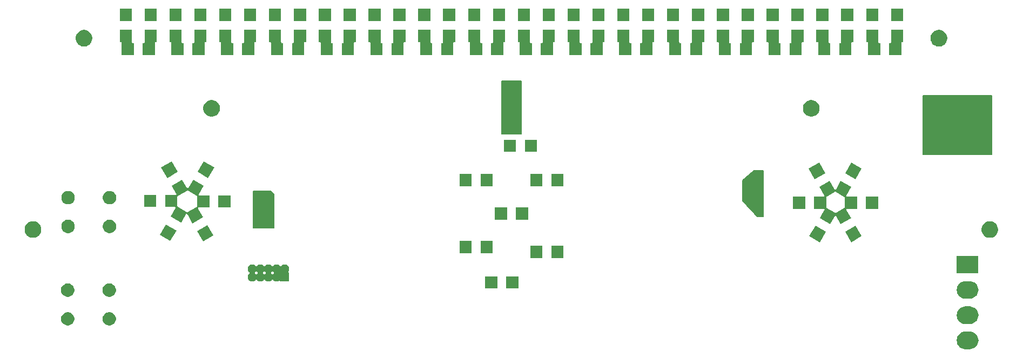
<source format=gts>
G04 #@! TF.GenerationSoftware,KiCad,Pcbnew,(5.0.2)-1*
G04 #@! TF.CreationDate,2019-03-20T17:04:55-04:00*
G04 #@! TF.ProjectId,FSAE Main Panel,46534145-204d-4616-996e-2050616e656c,rev?*
G04 #@! TF.SameCoordinates,Original*
G04 #@! TF.FileFunction,Soldermask,Top*
G04 #@! TF.FilePolarity,Negative*
%FSLAX46Y46*%
G04 Gerber Fmt 4.6, Leading zero omitted, Abs format (unit mm)*
G04 Created by KiCad (PCBNEW (5.0.2)-1) date 3/20/2019 5:04:55 PM*
%MOMM*%
%LPD*%
G01*
G04 APERTURE LIST*
%ADD10C,0.150000*%
G04 #@! TA.AperFunction,NonConductor*
%ADD11C,0.100000*%
G04 #@! TD*
G04 APERTURE END LIST*
D10*
G36*
X122000000Y-62000000D02*
X124750000Y-62000000D01*
X125250000Y-62500000D01*
X125250000Y-67750000D01*
X122000000Y-67750000D01*
X122000000Y-62000000D01*
G37*
X122000000Y-62000000D02*
X124750000Y-62000000D01*
X125250000Y-62500000D01*
X125250000Y-67750000D01*
X122000000Y-67750000D01*
X122000000Y-62000000D01*
G36*
X161000000Y-44750000D02*
X164000000Y-44750000D01*
X164000000Y-53000000D01*
X161000000Y-53000000D01*
X161000000Y-44750000D01*
G37*
X161000000Y-44750000D02*
X164000000Y-44750000D01*
X164000000Y-53000000D01*
X161000000Y-53000000D01*
X161000000Y-44750000D01*
G36*
X227000000Y-47000000D02*
X237750000Y-47000000D01*
X237750000Y-56250000D01*
X227000000Y-56250000D01*
X227000000Y-47000000D01*
G37*
X227000000Y-47000000D02*
X237750000Y-47000000D01*
X237750000Y-56250000D01*
X227000000Y-56250000D01*
X227000000Y-47000000D01*
G36*
X198750000Y-60250000D02*
X198750000Y-63500000D01*
X201000000Y-66000000D01*
X202000000Y-66000000D01*
X202000000Y-58750000D01*
X200500000Y-58750000D01*
X198750000Y-60250000D01*
G37*
X198750000Y-60250000D02*
X198750000Y-63500000D01*
X201000000Y-66000000D01*
X202000000Y-66000000D01*
X202000000Y-58750000D01*
X200500000Y-58750000D01*
X198750000Y-60250000D01*
D11*
G36*
X234594547Y-84024895D02*
X234853736Y-84103519D01*
X235092605Y-84231198D01*
X235301976Y-84403024D01*
X235473802Y-84612395D01*
X235601481Y-84851264D01*
X235680105Y-85110453D01*
X235706653Y-85380000D01*
X235680105Y-85649547D01*
X235601481Y-85908736D01*
X235473802Y-86147605D01*
X235301976Y-86356976D01*
X235092605Y-86528802D01*
X234853736Y-86656481D01*
X234594547Y-86735105D01*
X234392549Y-86755000D01*
X233607451Y-86755000D01*
X233405453Y-86735105D01*
X233146264Y-86656481D01*
X232907395Y-86528802D01*
X232698024Y-86356976D01*
X232526198Y-86147605D01*
X232398519Y-85908736D01*
X232319895Y-85649547D01*
X232293347Y-85380000D01*
X232319895Y-85110453D01*
X232398519Y-84851264D01*
X232526198Y-84612395D01*
X232698024Y-84403024D01*
X232907395Y-84231198D01*
X233146264Y-84103519D01*
X233405453Y-84024895D01*
X233607451Y-84005000D01*
X234392549Y-84005000D01*
X234594547Y-84024895D01*
X234594547Y-84024895D01*
G37*
G36*
X99575888Y-80954470D02*
X99756274Y-80990350D01*
X99947362Y-81069502D01*
X100119336Y-81184411D01*
X100265589Y-81330664D01*
X100380498Y-81502638D01*
X100459650Y-81693726D01*
X100500000Y-81896584D01*
X100500000Y-82103416D01*
X100459650Y-82306274D01*
X100380498Y-82497362D01*
X100265589Y-82669336D01*
X100119336Y-82815589D01*
X99947362Y-82930498D01*
X99756274Y-83009650D01*
X99575888Y-83045530D01*
X99553417Y-83050000D01*
X99346583Y-83050000D01*
X99324112Y-83045530D01*
X99143726Y-83009650D01*
X98952638Y-82930498D01*
X98780664Y-82815589D01*
X98634411Y-82669336D01*
X98519502Y-82497362D01*
X98440350Y-82306274D01*
X98400000Y-82103416D01*
X98400000Y-81896584D01*
X98440350Y-81693726D01*
X98519502Y-81502638D01*
X98634411Y-81330664D01*
X98780664Y-81184411D01*
X98952638Y-81069502D01*
X99143726Y-80990350D01*
X99324112Y-80954470D01*
X99346583Y-80950000D01*
X99553417Y-80950000D01*
X99575888Y-80954470D01*
X99575888Y-80954470D01*
G37*
G36*
X93075888Y-80954470D02*
X93256274Y-80990350D01*
X93447362Y-81069502D01*
X93619336Y-81184411D01*
X93765589Y-81330664D01*
X93880498Y-81502638D01*
X93959650Y-81693726D01*
X94000000Y-81896584D01*
X94000000Y-82103416D01*
X93959650Y-82306274D01*
X93880498Y-82497362D01*
X93765589Y-82669336D01*
X93619336Y-82815589D01*
X93447362Y-82930498D01*
X93256274Y-83009650D01*
X93075888Y-83045530D01*
X93053417Y-83050000D01*
X92846583Y-83050000D01*
X92824112Y-83045530D01*
X92643726Y-83009650D01*
X92452638Y-82930498D01*
X92280664Y-82815589D01*
X92134411Y-82669336D01*
X92019502Y-82497362D01*
X91940350Y-82306274D01*
X91900000Y-82103416D01*
X91900000Y-81896584D01*
X91940350Y-81693726D01*
X92019502Y-81502638D01*
X92134411Y-81330664D01*
X92280664Y-81184411D01*
X92452638Y-81069502D01*
X92643726Y-80990350D01*
X92824112Y-80954470D01*
X92846583Y-80950000D01*
X93053417Y-80950000D01*
X93075888Y-80954470D01*
X93075888Y-80954470D01*
G37*
G36*
X234594547Y-80064895D02*
X234853736Y-80143519D01*
X235092605Y-80271198D01*
X235301976Y-80443024D01*
X235473802Y-80652395D01*
X235601481Y-80891264D01*
X235680105Y-81150453D01*
X235706653Y-81420000D01*
X235680105Y-81689547D01*
X235601481Y-81948736D01*
X235473802Y-82187605D01*
X235301976Y-82396976D01*
X235092605Y-82568802D01*
X234853736Y-82696481D01*
X234594547Y-82775105D01*
X234392549Y-82795000D01*
X233607451Y-82795000D01*
X233405453Y-82775105D01*
X233146264Y-82696481D01*
X232907395Y-82568802D01*
X232698024Y-82396976D01*
X232526198Y-82187605D01*
X232398519Y-81948736D01*
X232319895Y-81689547D01*
X232293347Y-81420000D01*
X232319895Y-81150453D01*
X232398519Y-80891264D01*
X232526198Y-80652395D01*
X232698024Y-80443024D01*
X232907395Y-80271198D01*
X233146264Y-80143519D01*
X233405453Y-80064895D01*
X233607451Y-80045000D01*
X234392549Y-80045000D01*
X234594547Y-80064895D01*
X234594547Y-80064895D01*
G37*
G36*
X234594547Y-76104895D02*
X234853736Y-76183519D01*
X235092605Y-76311198D01*
X235301976Y-76483024D01*
X235473802Y-76692395D01*
X235601481Y-76931264D01*
X235680105Y-77190453D01*
X235706653Y-77460000D01*
X235680105Y-77729547D01*
X235601481Y-77988736D01*
X235473802Y-78227605D01*
X235301976Y-78436976D01*
X235092605Y-78608802D01*
X234853736Y-78736481D01*
X234594547Y-78815105D01*
X234392549Y-78835000D01*
X233607451Y-78835000D01*
X233405453Y-78815105D01*
X233146264Y-78736481D01*
X232907395Y-78608802D01*
X232698024Y-78436976D01*
X232526198Y-78227605D01*
X232398519Y-77988736D01*
X232319895Y-77729547D01*
X232293347Y-77460000D01*
X232319895Y-77190453D01*
X232398519Y-76931264D01*
X232526198Y-76692395D01*
X232698024Y-76483024D01*
X232907395Y-76311198D01*
X233146264Y-76183519D01*
X233405453Y-76104895D01*
X233607451Y-76085000D01*
X234392549Y-76085000D01*
X234594547Y-76104895D01*
X234594547Y-76104895D01*
G37*
G36*
X93075888Y-76454470D02*
X93256274Y-76490350D01*
X93447362Y-76569502D01*
X93619336Y-76684411D01*
X93765589Y-76830664D01*
X93880498Y-77002638D01*
X93959650Y-77193726D01*
X94000000Y-77396584D01*
X94000000Y-77603416D01*
X93959650Y-77806274D01*
X93880498Y-77997362D01*
X93765589Y-78169336D01*
X93619336Y-78315589D01*
X93447362Y-78430498D01*
X93256274Y-78509650D01*
X93075888Y-78545530D01*
X93053417Y-78550000D01*
X92846583Y-78550000D01*
X92824112Y-78545530D01*
X92643726Y-78509650D01*
X92452638Y-78430498D01*
X92280664Y-78315589D01*
X92134411Y-78169336D01*
X92019502Y-77997362D01*
X91940350Y-77806274D01*
X91900000Y-77603416D01*
X91900000Y-77396584D01*
X91940350Y-77193726D01*
X92019502Y-77002638D01*
X92134411Y-76830664D01*
X92280664Y-76684411D01*
X92452638Y-76569502D01*
X92643726Y-76490350D01*
X92824112Y-76454470D01*
X92846583Y-76450000D01*
X93053417Y-76450000D01*
X93075888Y-76454470D01*
X93075888Y-76454470D01*
G37*
G36*
X99575888Y-76454470D02*
X99756274Y-76490350D01*
X99947362Y-76569502D01*
X100119336Y-76684411D01*
X100265589Y-76830664D01*
X100380498Y-77002638D01*
X100459650Y-77193726D01*
X100500000Y-77396584D01*
X100500000Y-77603416D01*
X100459650Y-77806274D01*
X100380498Y-77997362D01*
X100265589Y-78169336D01*
X100119336Y-78315589D01*
X99947362Y-78430498D01*
X99756274Y-78509650D01*
X99575888Y-78545530D01*
X99553417Y-78550000D01*
X99346583Y-78550000D01*
X99324112Y-78545530D01*
X99143726Y-78509650D01*
X98952638Y-78430498D01*
X98780664Y-78315589D01*
X98634411Y-78169336D01*
X98519502Y-77997362D01*
X98440350Y-77806274D01*
X98400000Y-77603416D01*
X98400000Y-77396584D01*
X98440350Y-77193726D01*
X98519502Y-77002638D01*
X98634411Y-76830664D01*
X98780664Y-76684411D01*
X98952638Y-76569502D01*
X99143726Y-76490350D01*
X99324112Y-76454470D01*
X99346583Y-76450000D01*
X99553417Y-76450000D01*
X99575888Y-76454470D01*
X99575888Y-76454470D01*
G37*
G36*
X160300000Y-77250000D02*
X158400000Y-77250000D01*
X158400000Y-75350000D01*
X160300000Y-75350000D01*
X160300000Y-77250000D01*
X160300000Y-77250000D01*
G37*
G36*
X163600000Y-77250000D02*
X161700000Y-77250000D01*
X161700000Y-75350000D01*
X163600000Y-75350000D01*
X163600000Y-77250000D01*
X163600000Y-77250000D01*
G37*
G36*
X122007224Y-73490128D02*
X122139175Y-73530155D01*
X122260781Y-73595155D01*
X122367370Y-73682630D01*
X122408380Y-73732601D01*
X122425701Y-73749922D01*
X122446076Y-73763536D01*
X122468715Y-73772914D01*
X122492748Y-73777694D01*
X122517252Y-73777694D01*
X122541286Y-73772913D01*
X122563925Y-73763536D01*
X122584299Y-73749922D01*
X122601620Y-73732601D01*
X122642630Y-73682630D01*
X122749219Y-73595155D01*
X122870825Y-73530155D01*
X123002776Y-73490128D01*
X123105610Y-73480000D01*
X123174390Y-73480000D01*
X123277224Y-73490128D01*
X123409175Y-73530155D01*
X123530781Y-73595155D01*
X123637370Y-73682630D01*
X123678380Y-73732601D01*
X123695701Y-73749922D01*
X123716076Y-73763536D01*
X123738715Y-73772914D01*
X123762748Y-73777694D01*
X123787252Y-73777694D01*
X123811286Y-73772913D01*
X123833925Y-73763536D01*
X123854299Y-73749922D01*
X123871620Y-73732601D01*
X123912630Y-73682630D01*
X124019219Y-73595155D01*
X124140825Y-73530155D01*
X124272776Y-73490128D01*
X124375610Y-73480000D01*
X124444390Y-73480000D01*
X124547224Y-73490128D01*
X124679175Y-73530155D01*
X124800781Y-73595155D01*
X124907370Y-73682630D01*
X124948380Y-73732601D01*
X124965701Y-73749922D01*
X124986076Y-73763536D01*
X125008715Y-73772914D01*
X125032748Y-73777694D01*
X125057252Y-73777694D01*
X125081286Y-73772913D01*
X125103925Y-73763536D01*
X125124299Y-73749922D01*
X125141620Y-73732601D01*
X125182630Y-73682630D01*
X125289219Y-73595155D01*
X125410825Y-73530155D01*
X125542776Y-73490128D01*
X125645610Y-73480000D01*
X125714390Y-73480000D01*
X125817224Y-73490128D01*
X125949175Y-73530155D01*
X126070781Y-73595155D01*
X126177370Y-73682630D01*
X126218380Y-73732601D01*
X126235701Y-73749922D01*
X126256076Y-73763536D01*
X126278715Y-73772914D01*
X126302748Y-73777694D01*
X126327252Y-73777694D01*
X126351286Y-73772913D01*
X126373925Y-73763536D01*
X126394299Y-73749922D01*
X126411620Y-73732601D01*
X126452630Y-73682630D01*
X126559219Y-73595155D01*
X126680825Y-73530155D01*
X126812776Y-73490128D01*
X126915610Y-73480000D01*
X126984390Y-73480000D01*
X127087224Y-73490128D01*
X127219175Y-73530155D01*
X127340781Y-73595155D01*
X127447370Y-73682630D01*
X127534845Y-73789219D01*
X127599845Y-73910825D01*
X127639872Y-74042776D01*
X127653387Y-74180000D01*
X127639872Y-74317224D01*
X127599845Y-74449175D01*
X127599843Y-74449178D01*
X127537360Y-74566076D01*
X127527982Y-74588715D01*
X127523202Y-74612748D01*
X127523202Y-74637253D01*
X127527983Y-74661286D01*
X127537360Y-74683925D01*
X127550974Y-74704300D01*
X127568301Y-74721627D01*
X127588676Y-74735240D01*
X127611315Y-74744618D01*
X127647600Y-74750000D01*
X127650000Y-74750000D01*
X127650000Y-76150000D01*
X126250000Y-76150000D01*
X126250000Y-76147600D01*
X126247598Y-76123214D01*
X126240485Y-76099765D01*
X126228934Y-76078154D01*
X126213388Y-76059212D01*
X126194446Y-76043666D01*
X126172835Y-76032115D01*
X126149386Y-76025002D01*
X126125000Y-76022600D01*
X126100614Y-76025002D01*
X126066075Y-76037360D01*
X125949175Y-76099845D01*
X125817224Y-76139872D01*
X125714390Y-76150000D01*
X125645610Y-76150000D01*
X125542776Y-76139872D01*
X125410825Y-76099845D01*
X125289219Y-76034845D01*
X125182630Y-75947370D01*
X125141620Y-75897399D01*
X125124299Y-75880078D01*
X125103924Y-75866464D01*
X125081285Y-75857086D01*
X125057252Y-75852306D01*
X125032748Y-75852306D01*
X125008714Y-75857087D01*
X124986075Y-75866464D01*
X124965701Y-75880078D01*
X124948380Y-75897399D01*
X124907370Y-75947370D01*
X124800781Y-76034845D01*
X124679175Y-76099845D01*
X124547224Y-76139872D01*
X124444390Y-76150000D01*
X124375610Y-76150000D01*
X124272776Y-76139872D01*
X124140825Y-76099845D01*
X124019219Y-76034845D01*
X123912630Y-75947370D01*
X123871620Y-75897399D01*
X123854299Y-75880078D01*
X123833924Y-75866464D01*
X123811285Y-75857086D01*
X123787252Y-75852306D01*
X123762748Y-75852306D01*
X123738714Y-75857087D01*
X123716075Y-75866464D01*
X123695701Y-75880078D01*
X123678380Y-75897399D01*
X123637370Y-75947370D01*
X123530781Y-76034845D01*
X123409175Y-76099845D01*
X123277224Y-76139872D01*
X123174390Y-76150000D01*
X123105610Y-76150000D01*
X123002776Y-76139872D01*
X122870825Y-76099845D01*
X122749219Y-76034845D01*
X122642630Y-75947370D01*
X122601620Y-75897399D01*
X122584299Y-75880078D01*
X122563924Y-75866464D01*
X122541285Y-75857086D01*
X122517252Y-75852306D01*
X122492748Y-75852306D01*
X122468714Y-75857087D01*
X122446075Y-75866464D01*
X122425701Y-75880078D01*
X122408380Y-75897399D01*
X122367370Y-75947370D01*
X122260781Y-76034845D01*
X122139175Y-76099845D01*
X122007224Y-76139872D01*
X121904390Y-76150000D01*
X121835610Y-76150000D01*
X121732776Y-76139872D01*
X121600825Y-76099845D01*
X121479219Y-76034845D01*
X121372630Y-75947370D01*
X121285155Y-75840781D01*
X121220155Y-75719175D01*
X121180128Y-75587224D01*
X121166613Y-75450000D01*
X121180128Y-75312776D01*
X121220155Y-75180825D01*
X121285155Y-75059219D01*
X121372630Y-74952630D01*
X121422601Y-74911620D01*
X121439922Y-74894299D01*
X121453536Y-74873924D01*
X121462914Y-74851285D01*
X121467694Y-74827252D01*
X121467694Y-74802748D01*
X122272306Y-74802748D01*
X122272306Y-74827252D01*
X122277087Y-74851286D01*
X122286464Y-74873925D01*
X122300078Y-74894299D01*
X122317399Y-74911620D01*
X122367370Y-74952630D01*
X122408380Y-75002601D01*
X122425701Y-75019922D01*
X122446076Y-75033536D01*
X122468715Y-75042914D01*
X122492748Y-75047694D01*
X122517252Y-75047694D01*
X122541286Y-75042913D01*
X122563925Y-75033536D01*
X122584299Y-75019922D01*
X122601620Y-75002601D01*
X122642630Y-74952630D01*
X122692601Y-74911620D01*
X122709922Y-74894299D01*
X122723536Y-74873924D01*
X122732914Y-74851285D01*
X122737694Y-74827252D01*
X122737694Y-74802748D01*
X123542306Y-74802748D01*
X123542306Y-74827252D01*
X123547087Y-74851286D01*
X123556464Y-74873925D01*
X123570078Y-74894299D01*
X123587399Y-74911620D01*
X123637370Y-74952630D01*
X123678380Y-75002601D01*
X123695701Y-75019922D01*
X123716076Y-75033536D01*
X123738715Y-75042914D01*
X123762748Y-75047694D01*
X123787252Y-75047694D01*
X123811286Y-75042913D01*
X123833925Y-75033536D01*
X123854299Y-75019922D01*
X123871620Y-75002601D01*
X123912630Y-74952630D01*
X123962601Y-74911620D01*
X123979922Y-74894299D01*
X123993536Y-74873924D01*
X124002914Y-74851285D01*
X124007694Y-74827252D01*
X124007694Y-74802748D01*
X124812306Y-74802748D01*
X124812306Y-74827252D01*
X124817087Y-74851286D01*
X124826464Y-74873925D01*
X124840078Y-74894299D01*
X124857399Y-74911620D01*
X124907370Y-74952630D01*
X124948380Y-75002601D01*
X124965701Y-75019922D01*
X124986076Y-75033536D01*
X125008715Y-75042914D01*
X125032748Y-75047694D01*
X125057252Y-75047694D01*
X125081286Y-75042913D01*
X125103925Y-75033536D01*
X125124299Y-75019922D01*
X125141620Y-75002601D01*
X125182630Y-74952630D01*
X125232601Y-74911620D01*
X125249922Y-74894299D01*
X125263536Y-74873924D01*
X125272914Y-74851285D01*
X125277694Y-74827252D01*
X125277694Y-74802748D01*
X125272913Y-74778714D01*
X125263536Y-74756075D01*
X125249922Y-74735701D01*
X125232601Y-74718380D01*
X125182630Y-74677370D01*
X125141620Y-74627399D01*
X125124299Y-74610078D01*
X125103924Y-74596464D01*
X125081285Y-74587086D01*
X125057252Y-74582306D01*
X125032748Y-74582306D01*
X125008714Y-74587087D01*
X124986075Y-74596464D01*
X124965701Y-74610078D01*
X124948380Y-74627399D01*
X124907370Y-74677370D01*
X124857399Y-74718380D01*
X124840078Y-74735701D01*
X124826464Y-74756076D01*
X124817086Y-74778715D01*
X124812306Y-74802748D01*
X124007694Y-74802748D01*
X124002913Y-74778714D01*
X123993536Y-74756075D01*
X123979922Y-74735701D01*
X123962601Y-74718380D01*
X123912630Y-74677370D01*
X123871620Y-74627399D01*
X123854299Y-74610078D01*
X123833924Y-74596464D01*
X123811285Y-74587086D01*
X123787252Y-74582306D01*
X123762748Y-74582306D01*
X123738714Y-74587087D01*
X123716075Y-74596464D01*
X123695701Y-74610078D01*
X123678380Y-74627399D01*
X123637370Y-74677370D01*
X123587399Y-74718380D01*
X123570078Y-74735701D01*
X123556464Y-74756076D01*
X123547086Y-74778715D01*
X123542306Y-74802748D01*
X122737694Y-74802748D01*
X122732913Y-74778714D01*
X122723536Y-74756075D01*
X122709922Y-74735701D01*
X122692601Y-74718380D01*
X122642630Y-74677370D01*
X122601620Y-74627399D01*
X122584299Y-74610078D01*
X122563924Y-74596464D01*
X122541285Y-74587086D01*
X122517252Y-74582306D01*
X122492748Y-74582306D01*
X122468714Y-74587087D01*
X122446075Y-74596464D01*
X122425701Y-74610078D01*
X122408380Y-74627399D01*
X122367370Y-74677370D01*
X122317399Y-74718380D01*
X122300078Y-74735701D01*
X122286464Y-74756076D01*
X122277086Y-74778715D01*
X122272306Y-74802748D01*
X121467694Y-74802748D01*
X121462913Y-74778714D01*
X121453536Y-74756075D01*
X121439922Y-74735701D01*
X121422601Y-74718380D01*
X121372630Y-74677370D01*
X121285155Y-74570781D01*
X121220155Y-74449175D01*
X121180128Y-74317224D01*
X121166613Y-74180000D01*
X121180128Y-74042776D01*
X121220155Y-73910825D01*
X121285155Y-73789219D01*
X121372630Y-73682630D01*
X121479219Y-73595155D01*
X121600825Y-73530155D01*
X121732776Y-73490128D01*
X121835610Y-73480000D01*
X121904390Y-73480000D01*
X122007224Y-73490128D01*
X122007224Y-73490128D01*
G37*
G36*
X235700000Y-74875000D02*
X232300000Y-74875000D01*
X232300000Y-72125000D01*
X235700000Y-72125000D01*
X235700000Y-74875000D01*
X235700000Y-74875000D01*
G37*
G36*
X170650000Y-72440000D02*
X168750000Y-72440000D01*
X168750000Y-70540000D01*
X170650000Y-70540000D01*
X170650000Y-72440000D01*
X170650000Y-72440000D01*
G37*
G36*
X167350000Y-72440000D02*
X165450000Y-72440000D01*
X165450000Y-70540000D01*
X167350000Y-70540000D01*
X167350000Y-72440000D01*
X167350000Y-72440000D01*
G37*
G36*
X156250000Y-71690000D02*
X154350000Y-71690000D01*
X154350000Y-69790000D01*
X156250000Y-69790000D01*
X156250000Y-71690000D01*
X156250000Y-71690000D01*
G37*
G36*
X159550000Y-71690000D02*
X157650000Y-71690000D01*
X157650000Y-69790000D01*
X159550000Y-69790000D01*
X159550000Y-71690000D01*
X159550000Y-71690000D01*
G37*
G36*
X211791725Y-68341129D02*
X210841725Y-69986577D01*
X209196277Y-69036577D01*
X210146277Y-67391129D01*
X211791725Y-68341129D01*
X211791725Y-68341129D01*
G37*
G36*
X217403724Y-69036577D02*
X215758276Y-69986577D01*
X214808276Y-68341129D01*
X216453724Y-67391129D01*
X217403724Y-69036577D01*
X217403724Y-69036577D01*
G37*
G36*
X115803724Y-68936577D02*
X114158276Y-69886577D01*
X113208276Y-68241129D01*
X114853724Y-67291129D01*
X115803724Y-68936577D01*
X115803724Y-68936577D01*
G37*
G36*
X109991725Y-68141129D02*
X109041725Y-69786577D01*
X107396277Y-68836577D01*
X108346277Y-67191129D01*
X109991725Y-68141129D01*
X109991725Y-68141129D01*
G37*
G36*
X87879196Y-66749958D02*
X88115780Y-66847954D01*
X88328705Y-66990226D01*
X88509774Y-67171295D01*
X88652046Y-67384220D01*
X88750042Y-67620804D01*
X88800000Y-67871960D01*
X88800000Y-68128040D01*
X88750042Y-68379196D01*
X88652046Y-68615780D01*
X88509774Y-68828705D01*
X88328705Y-69009774D01*
X88115780Y-69152046D01*
X87879196Y-69250042D01*
X87628040Y-69300000D01*
X87371960Y-69300000D01*
X87120804Y-69250042D01*
X86884220Y-69152046D01*
X86671295Y-69009774D01*
X86490226Y-68828705D01*
X86347954Y-68615780D01*
X86249958Y-68379196D01*
X86200000Y-68128040D01*
X86200000Y-67871960D01*
X86249958Y-67620804D01*
X86347954Y-67384220D01*
X86490226Y-67171295D01*
X86671295Y-66990226D01*
X86884220Y-66847954D01*
X87120804Y-66749958D01*
X87371960Y-66700000D01*
X87628040Y-66700000D01*
X87879196Y-66749958D01*
X87879196Y-66749958D01*
G37*
G36*
X237879196Y-66749958D02*
X238115780Y-66847954D01*
X238328705Y-66990226D01*
X238509774Y-67171295D01*
X238652046Y-67384220D01*
X238750042Y-67620804D01*
X238800000Y-67871960D01*
X238800000Y-68128040D01*
X238750042Y-68379196D01*
X238652046Y-68615780D01*
X238509774Y-68828705D01*
X238328705Y-69009774D01*
X238115780Y-69152046D01*
X237879196Y-69250042D01*
X237628040Y-69300000D01*
X237371960Y-69300000D01*
X237120804Y-69250042D01*
X236884220Y-69152046D01*
X236671295Y-69009774D01*
X236490226Y-68828705D01*
X236347954Y-68615780D01*
X236249958Y-68379196D01*
X236200000Y-68128040D01*
X236200000Y-67871960D01*
X236249958Y-67620804D01*
X236347954Y-67384220D01*
X236490226Y-67171295D01*
X236671295Y-66990226D01*
X236884220Y-66847954D01*
X237120804Y-66749958D01*
X237371960Y-66700000D01*
X237628040Y-66700000D01*
X237879196Y-66749958D01*
X237879196Y-66749958D01*
G37*
G36*
X93125888Y-66454470D02*
X93306274Y-66490350D01*
X93497362Y-66569502D01*
X93669336Y-66684411D01*
X93815589Y-66830664D01*
X93930498Y-67002638D01*
X94009650Y-67193726D01*
X94050000Y-67396584D01*
X94050000Y-67603416D01*
X94009650Y-67806274D01*
X93930498Y-67997362D01*
X93815589Y-68169336D01*
X93669336Y-68315589D01*
X93497362Y-68430498D01*
X93306274Y-68509650D01*
X93125888Y-68545530D01*
X93103417Y-68550000D01*
X92896583Y-68550000D01*
X92874112Y-68545530D01*
X92693726Y-68509650D01*
X92502638Y-68430498D01*
X92330664Y-68315589D01*
X92184411Y-68169336D01*
X92069502Y-67997362D01*
X91990350Y-67806274D01*
X91950000Y-67603416D01*
X91950000Y-67396584D01*
X91990350Y-67193726D01*
X92069502Y-67002638D01*
X92184411Y-66830664D01*
X92330664Y-66684411D01*
X92502638Y-66569502D01*
X92693726Y-66490350D01*
X92874112Y-66454470D01*
X92896583Y-66450000D01*
X93103417Y-66450000D01*
X93125888Y-66454470D01*
X93125888Y-66454470D01*
G37*
G36*
X99625888Y-66454470D02*
X99806274Y-66490350D01*
X99997362Y-66569502D01*
X100169336Y-66684411D01*
X100315589Y-66830664D01*
X100430498Y-67002638D01*
X100509650Y-67193726D01*
X100550000Y-67396584D01*
X100550000Y-67603416D01*
X100509650Y-67806274D01*
X100430498Y-67997362D01*
X100315589Y-68169336D01*
X100169336Y-68315589D01*
X99997362Y-68430498D01*
X99806274Y-68509650D01*
X99625888Y-68545530D01*
X99603417Y-68550000D01*
X99396583Y-68550000D01*
X99374112Y-68545530D01*
X99193726Y-68509650D01*
X99002638Y-68430498D01*
X98830664Y-68315589D01*
X98684411Y-68169336D01*
X98569502Y-67997362D01*
X98490350Y-67806274D01*
X98450000Y-67603416D01*
X98450000Y-67396584D01*
X98490350Y-67193726D01*
X98569502Y-67002638D01*
X98684411Y-66830664D01*
X98830664Y-66684411D01*
X99002638Y-66569502D01*
X99193726Y-66490350D01*
X99374112Y-66454470D01*
X99396583Y-66450000D01*
X99603417Y-66450000D01*
X99625888Y-66454470D01*
X99625888Y-66454470D01*
G37*
G36*
X215753724Y-61321307D02*
X214979386Y-62662500D01*
X214969273Y-62684820D01*
X214963708Y-62708684D01*
X214962907Y-62733175D01*
X214966898Y-62757352D01*
X214975530Y-62780286D01*
X214988470Y-62801095D01*
X215005221Y-62818980D01*
X215025139Y-62833253D01*
X215047459Y-62843366D01*
X215071323Y-62848931D01*
X215087639Y-62850000D01*
X216662000Y-62850000D01*
X216662000Y-64750000D01*
X215145374Y-64750000D01*
X215120988Y-64752402D01*
X215097539Y-64759515D01*
X215075928Y-64771066D01*
X215056986Y-64786612D01*
X215041440Y-64805554D01*
X215029889Y-64827165D01*
X215022776Y-64850614D01*
X215020374Y-64875000D01*
X215022776Y-64899386D01*
X215029889Y-64922835D01*
X215037121Y-64937500D01*
X215753724Y-66178693D01*
X214108276Y-67128693D01*
X213408252Y-65916217D01*
X213393981Y-65896301D01*
X213376096Y-65879550D01*
X213355287Y-65866610D01*
X213332353Y-65857978D01*
X213308176Y-65853987D01*
X213283685Y-65854788D01*
X213259821Y-65860353D01*
X213237501Y-65870466D01*
X213217583Y-65884739D01*
X213200832Y-65902624D01*
X213191748Y-65916219D01*
X212491725Y-67128693D01*
X210846277Y-66178693D01*
X210997816Y-65916219D01*
X211562880Y-64937500D01*
X211572993Y-64915180D01*
X211578558Y-64891316D01*
X211579359Y-64866825D01*
X211575368Y-64842648D01*
X211566736Y-64819714D01*
X211553796Y-64798905D01*
X211537045Y-64781020D01*
X211517127Y-64766747D01*
X211494807Y-64756634D01*
X211470943Y-64751069D01*
X211454627Y-64750000D01*
X209938000Y-64750000D01*
X209938000Y-62957099D01*
X211838000Y-62957099D01*
X211838000Y-64485165D01*
X211840402Y-64509551D01*
X211847515Y-64533000D01*
X211859066Y-64554611D01*
X211874612Y-64573553D01*
X211900500Y-64593418D01*
X213237501Y-65365336D01*
X213259821Y-65375449D01*
X213283685Y-65381014D01*
X213308176Y-65381815D01*
X213332353Y-65377824D01*
X213362499Y-65365337D01*
X214699502Y-64593418D01*
X214719418Y-64579146D01*
X214736169Y-64561261D01*
X214749109Y-64540452D01*
X214757741Y-64517518D01*
X214762000Y-64485166D01*
X214762000Y-63014834D01*
X214759598Y-62990448D01*
X214752485Y-62966999D01*
X214740934Y-62945388D01*
X214725388Y-62926446D01*
X214699500Y-62906581D01*
X213312498Y-62105795D01*
X213290180Y-62095683D01*
X213266316Y-62090118D01*
X213241825Y-62089317D01*
X213217648Y-62093308D01*
X213187502Y-62105795D01*
X211934989Y-62828934D01*
X211900500Y-62848846D01*
X211880582Y-62863119D01*
X211863831Y-62881004D01*
X211850891Y-62901813D01*
X211842259Y-62924747D01*
X211838000Y-62957099D01*
X209938000Y-62957099D01*
X209938000Y-62850000D01*
X211412361Y-62850000D01*
X211436747Y-62847598D01*
X211460196Y-62840485D01*
X211481807Y-62828934D01*
X211500749Y-62813388D01*
X211516295Y-62794446D01*
X211527846Y-62772835D01*
X211534959Y-62749386D01*
X211537361Y-62725000D01*
X211534959Y-62700614D01*
X211527846Y-62677165D01*
X211520614Y-62662500D01*
X210746276Y-61321307D01*
X212391724Y-60371307D01*
X213059903Y-61528626D01*
X213141747Y-61670385D01*
X213156020Y-61690303D01*
X213173905Y-61707054D01*
X213194714Y-61719994D01*
X213217648Y-61728626D01*
X213241825Y-61732617D01*
X213266316Y-61731816D01*
X213290180Y-61726251D01*
X213312500Y-61716138D01*
X213332418Y-61701865D01*
X213349169Y-61683980D01*
X213358253Y-61670385D01*
X213440098Y-61528626D01*
X214108276Y-60371307D01*
X215753724Y-61321307D01*
X215753724Y-61321307D01*
G37*
G36*
X114253724Y-61121307D02*
X113479386Y-62462500D01*
X113469273Y-62484820D01*
X113463708Y-62508684D01*
X113462907Y-62533175D01*
X113466898Y-62557352D01*
X113475530Y-62580286D01*
X113488470Y-62601095D01*
X113505221Y-62618980D01*
X113525139Y-62633253D01*
X113547459Y-62643366D01*
X113571323Y-62648931D01*
X113587639Y-62650000D01*
X115162000Y-62650000D01*
X115162000Y-64550000D01*
X113487639Y-64550000D01*
X113463253Y-64552402D01*
X113439804Y-64559515D01*
X113418193Y-64571066D01*
X113399251Y-64586612D01*
X113383705Y-64605554D01*
X113372154Y-64627165D01*
X113365041Y-64650614D01*
X113362639Y-64675000D01*
X113365041Y-64699386D01*
X113372154Y-64722835D01*
X113379386Y-64737500D01*
X114153724Y-66078693D01*
X112508276Y-67028693D01*
X111865989Y-65916219D01*
X111679386Y-65593014D01*
X111665113Y-65573096D01*
X111647228Y-65556345D01*
X111626419Y-65543405D01*
X111603485Y-65534773D01*
X111579308Y-65530782D01*
X111554817Y-65531583D01*
X111530953Y-65537148D01*
X111508633Y-65547261D01*
X111488715Y-65561534D01*
X111471964Y-65579419D01*
X111462880Y-65593014D01*
X110832761Y-66684411D01*
X110691725Y-66928693D01*
X109046277Y-65978693D01*
X109820615Y-64637500D01*
X109830728Y-64615180D01*
X109836293Y-64591316D01*
X109837094Y-64566825D01*
X109833103Y-64542648D01*
X109824471Y-64519714D01*
X109811531Y-64498905D01*
X109794780Y-64481020D01*
X109774862Y-64466747D01*
X109752542Y-64456634D01*
X109728678Y-64451069D01*
X109712362Y-64450000D01*
X108238000Y-64450000D01*
X108238000Y-62872569D01*
X110138000Y-62872569D01*
X110138000Y-64342900D01*
X110140402Y-64367286D01*
X110147515Y-64390735D01*
X110159066Y-64412346D01*
X110174612Y-64431288D01*
X110200500Y-64451153D01*
X111624103Y-65273071D01*
X111646423Y-65283184D01*
X111670287Y-65288749D01*
X111694778Y-65289550D01*
X111718955Y-65285559D01*
X111749103Y-65273071D01*
X112330329Y-64937500D01*
X113199502Y-64435683D01*
X113219418Y-64421411D01*
X113236169Y-64403526D01*
X113249109Y-64382717D01*
X113257741Y-64359783D01*
X113262000Y-64327431D01*
X113262000Y-62814834D01*
X113259598Y-62790448D01*
X113252485Y-62766999D01*
X113240934Y-62745388D01*
X113225388Y-62726446D01*
X113199500Y-62706581D01*
X111812498Y-61905795D01*
X111790180Y-61895683D01*
X111766316Y-61890118D01*
X111741825Y-61889317D01*
X111717648Y-61893308D01*
X111687502Y-61905795D01*
X110226360Y-62749386D01*
X110200500Y-62764316D01*
X110180582Y-62778589D01*
X110163831Y-62796474D01*
X110150891Y-62817283D01*
X110142259Y-62840217D01*
X110138000Y-62872569D01*
X108238000Y-62872569D01*
X108238000Y-62550000D01*
X109854626Y-62550000D01*
X109879012Y-62547598D01*
X109902461Y-62540485D01*
X109924072Y-62528934D01*
X109943014Y-62513388D01*
X109958560Y-62494446D01*
X109970111Y-62472835D01*
X109977224Y-62449386D01*
X109979626Y-62425000D01*
X109977224Y-62400614D01*
X109970111Y-62377165D01*
X109962879Y-62362500D01*
X109246276Y-61121307D01*
X110891724Y-60171307D01*
X111641747Y-61470385D01*
X111656020Y-61490303D01*
X111673905Y-61507054D01*
X111694714Y-61519994D01*
X111717648Y-61528626D01*
X111741825Y-61532617D01*
X111766316Y-61531816D01*
X111790180Y-61526251D01*
X111812500Y-61516138D01*
X111832418Y-61501865D01*
X111849169Y-61483980D01*
X111858253Y-61470385D01*
X112608276Y-60171307D01*
X114253724Y-61121307D01*
X114253724Y-61121307D01*
G37*
G36*
X165100000Y-66450000D02*
X163200000Y-66450000D01*
X163200000Y-64550000D01*
X165100000Y-64550000D01*
X165100000Y-66450000D01*
X165100000Y-66450000D01*
G37*
G36*
X161800000Y-66450000D02*
X159900000Y-66450000D01*
X159900000Y-64550000D01*
X161800000Y-64550000D01*
X161800000Y-66450000D01*
X161800000Y-66450000D01*
G37*
G36*
X219962000Y-64750000D02*
X218062000Y-64750000D01*
X218062000Y-62850000D01*
X219962000Y-62850000D01*
X219962000Y-64750000D01*
X219962000Y-64750000D01*
G37*
G36*
X208538000Y-64750000D02*
X206638000Y-64750000D01*
X206638000Y-62850000D01*
X208538000Y-62850000D01*
X208538000Y-64750000D01*
X208538000Y-64750000D01*
G37*
G36*
X118462000Y-64550000D02*
X116562000Y-64550000D01*
X116562000Y-62650000D01*
X118462000Y-62650000D01*
X118462000Y-64550000D01*
X118462000Y-64550000D01*
G37*
G36*
X106838000Y-64450000D02*
X104938000Y-64450000D01*
X104938000Y-62550000D01*
X106838000Y-62550000D01*
X106838000Y-64450000D01*
X106838000Y-64450000D01*
G37*
G36*
X99625888Y-61954470D02*
X99806274Y-61990350D01*
X99997362Y-62069502D01*
X100169336Y-62184411D01*
X100315589Y-62330664D01*
X100430498Y-62502638D01*
X100509650Y-62693726D01*
X100550000Y-62896584D01*
X100550000Y-63103416D01*
X100509650Y-63306274D01*
X100430498Y-63497362D01*
X100315589Y-63669336D01*
X100169336Y-63815589D01*
X99997362Y-63930498D01*
X99806274Y-64009650D01*
X99625888Y-64045530D01*
X99603417Y-64050000D01*
X99396583Y-64050000D01*
X99374112Y-64045530D01*
X99193726Y-64009650D01*
X99002638Y-63930498D01*
X98830664Y-63815589D01*
X98684411Y-63669336D01*
X98569502Y-63497362D01*
X98490350Y-63306274D01*
X98450000Y-63103416D01*
X98450000Y-62896584D01*
X98490350Y-62693726D01*
X98569502Y-62502638D01*
X98684411Y-62330664D01*
X98830664Y-62184411D01*
X99002638Y-62069502D01*
X99193726Y-61990350D01*
X99374112Y-61954470D01*
X99396583Y-61950000D01*
X99603417Y-61950000D01*
X99625888Y-61954470D01*
X99625888Y-61954470D01*
G37*
G36*
X93125888Y-61954470D02*
X93306274Y-61990350D01*
X93497362Y-62069502D01*
X93669336Y-62184411D01*
X93815589Y-62330664D01*
X93930498Y-62502638D01*
X94009650Y-62693726D01*
X94050000Y-62896584D01*
X94050000Y-63103416D01*
X94009650Y-63306274D01*
X93930498Y-63497362D01*
X93815589Y-63669336D01*
X93669336Y-63815589D01*
X93497362Y-63930498D01*
X93306274Y-64009650D01*
X93125888Y-64045530D01*
X93103417Y-64050000D01*
X92896583Y-64050000D01*
X92874112Y-64045530D01*
X92693726Y-64009650D01*
X92502638Y-63930498D01*
X92330664Y-63815589D01*
X92184411Y-63669336D01*
X92069502Y-63497362D01*
X91990350Y-63306274D01*
X91950000Y-63103416D01*
X91950000Y-62896584D01*
X91990350Y-62693726D01*
X92069502Y-62502638D01*
X92184411Y-62330664D01*
X92330664Y-62184411D01*
X92502638Y-62069502D01*
X92693726Y-61990350D01*
X92874112Y-61954470D01*
X92896583Y-61950000D01*
X93103417Y-61950000D01*
X93125888Y-61954470D01*
X93125888Y-61954470D01*
G37*
G36*
X170650000Y-61200000D02*
X168750000Y-61200000D01*
X168750000Y-59300000D01*
X170650000Y-59300000D01*
X170650000Y-61200000D01*
X170650000Y-61200000D01*
G37*
G36*
X167350000Y-61200000D02*
X165450000Y-61200000D01*
X165450000Y-59300000D01*
X167350000Y-59300000D01*
X167350000Y-61200000D01*
X167350000Y-61200000D01*
G37*
G36*
X159550000Y-61190000D02*
X157650000Y-61190000D01*
X157650000Y-59290000D01*
X159550000Y-59290000D01*
X159550000Y-61190000D01*
X159550000Y-61190000D01*
G37*
G36*
X156250000Y-61190000D02*
X154350000Y-61190000D01*
X154350000Y-59290000D01*
X156250000Y-59290000D01*
X156250000Y-61190000D01*
X156250000Y-61190000D01*
G37*
G36*
X217403724Y-58463423D02*
X216453724Y-60108871D01*
X214808276Y-59158871D01*
X215758276Y-57513423D01*
X217403724Y-58463423D01*
X217403724Y-58463423D01*
G37*
G36*
X211691724Y-59158871D02*
X210046276Y-60108871D01*
X209096276Y-58463423D01*
X210741724Y-57513423D01*
X211691724Y-59158871D01*
X211691724Y-59158871D01*
G37*
G36*
X110191724Y-58958871D02*
X108546276Y-59908871D01*
X107596276Y-58263423D01*
X109241724Y-57313423D01*
X110191724Y-58958871D01*
X110191724Y-58958871D01*
G37*
G36*
X115903724Y-58263423D02*
X114953724Y-59908871D01*
X113308276Y-58958871D01*
X114258276Y-57313423D01*
X115903724Y-58263423D01*
X115903724Y-58263423D01*
G37*
G36*
X166500000Y-55840000D02*
X164600000Y-55840000D01*
X164600000Y-53940000D01*
X166500000Y-53940000D01*
X166500000Y-55840000D01*
X166500000Y-55840000D01*
G37*
G36*
X163200000Y-55840000D02*
X161300000Y-55840000D01*
X161300000Y-53940000D01*
X163200000Y-53940000D01*
X163200000Y-55840000D01*
X163200000Y-55840000D01*
G37*
G36*
X233645845Y-53019215D02*
X233736839Y-53056906D01*
X233817640Y-53110896D01*
X233818734Y-53111627D01*
X233888373Y-53181266D01*
X233943095Y-53263163D01*
X233980785Y-53354155D01*
X234000000Y-53450755D01*
X234000000Y-53549245D01*
X233980785Y-53645845D01*
X233943095Y-53736837D01*
X233888373Y-53818734D01*
X233818734Y-53888373D01*
X233818731Y-53888375D01*
X233736839Y-53943094D01*
X233645845Y-53980785D01*
X233549246Y-54000000D01*
X233450754Y-54000000D01*
X233354155Y-53980785D01*
X233263161Y-53943094D01*
X233181269Y-53888375D01*
X233181266Y-53888373D01*
X233111627Y-53818734D01*
X233056905Y-53736837D01*
X233019215Y-53645845D01*
X233000000Y-53549245D01*
X233000000Y-53450755D01*
X233019215Y-53354155D01*
X233056905Y-53263163D01*
X233111627Y-53181266D01*
X233181266Y-53111627D01*
X233182360Y-53110896D01*
X233263161Y-53056906D01*
X233354155Y-53019215D01*
X233450754Y-53000000D01*
X233549246Y-53000000D01*
X233645845Y-53019215D01*
X233645845Y-53019215D01*
G37*
G36*
X229645845Y-53019215D02*
X229736839Y-53056906D01*
X229817640Y-53110896D01*
X229818734Y-53111627D01*
X229888373Y-53181266D01*
X229943095Y-53263163D01*
X229980785Y-53354155D01*
X230000000Y-53450755D01*
X230000000Y-53549245D01*
X229980785Y-53645845D01*
X229943095Y-53736837D01*
X229888373Y-53818734D01*
X229818734Y-53888373D01*
X229818731Y-53888375D01*
X229736839Y-53943094D01*
X229645845Y-53980785D01*
X229549246Y-54000000D01*
X229450754Y-54000000D01*
X229354155Y-53980785D01*
X229263161Y-53943094D01*
X229181269Y-53888375D01*
X229181266Y-53888373D01*
X229111627Y-53818734D01*
X229056905Y-53736837D01*
X229019215Y-53645845D01*
X229000000Y-53549245D01*
X229000000Y-53450755D01*
X229019215Y-53354155D01*
X229056905Y-53263163D01*
X229111627Y-53181266D01*
X229181266Y-53111627D01*
X229182360Y-53110896D01*
X229263161Y-53056906D01*
X229354155Y-53019215D01*
X229450754Y-53000000D01*
X229549246Y-53000000D01*
X229645845Y-53019215D01*
X229645845Y-53019215D01*
G37*
G36*
X231645845Y-53019215D02*
X231736839Y-53056906D01*
X231817640Y-53110896D01*
X231818734Y-53111627D01*
X231888373Y-53181266D01*
X231943095Y-53263163D01*
X231980785Y-53354155D01*
X232000000Y-53450755D01*
X232000000Y-53549245D01*
X231980785Y-53645845D01*
X231943095Y-53736837D01*
X231888373Y-53818734D01*
X231818734Y-53888373D01*
X231818731Y-53888375D01*
X231736839Y-53943094D01*
X231645845Y-53980785D01*
X231549246Y-54000000D01*
X231450754Y-54000000D01*
X231354155Y-53980785D01*
X231263161Y-53943094D01*
X231181269Y-53888375D01*
X231181266Y-53888373D01*
X231111627Y-53818734D01*
X231056905Y-53736837D01*
X231019215Y-53645845D01*
X231000000Y-53549245D01*
X231000000Y-53450755D01*
X231019215Y-53354155D01*
X231056905Y-53263163D01*
X231111627Y-53181266D01*
X231181266Y-53111627D01*
X231182360Y-53110896D01*
X231263161Y-53056906D01*
X231354155Y-53019215D01*
X231450754Y-53000000D01*
X231549246Y-53000000D01*
X231645845Y-53019215D01*
X231645845Y-53019215D01*
G37*
G36*
X235645845Y-53019215D02*
X235736839Y-53056906D01*
X235817640Y-53110896D01*
X235818734Y-53111627D01*
X235888373Y-53181266D01*
X235943095Y-53263163D01*
X235980785Y-53354155D01*
X236000000Y-53450755D01*
X236000000Y-53549245D01*
X235980785Y-53645845D01*
X235943095Y-53736837D01*
X235888373Y-53818734D01*
X235818734Y-53888373D01*
X235818731Y-53888375D01*
X235736839Y-53943094D01*
X235645845Y-53980785D01*
X235549246Y-54000000D01*
X235450754Y-54000000D01*
X235354155Y-53980785D01*
X235263161Y-53943094D01*
X235181269Y-53888375D01*
X235181266Y-53888373D01*
X235111627Y-53818734D01*
X235056905Y-53736837D01*
X235019215Y-53645845D01*
X235000000Y-53549245D01*
X235000000Y-53450755D01*
X235019215Y-53354155D01*
X235056905Y-53263163D01*
X235111627Y-53181266D01*
X235181266Y-53111627D01*
X235182360Y-53110896D01*
X235263161Y-53056906D01*
X235354155Y-53019215D01*
X235450754Y-53000000D01*
X235549246Y-53000000D01*
X235645845Y-53019215D01*
X235645845Y-53019215D01*
G37*
G36*
X235645845Y-51019215D02*
X235736839Y-51056906D01*
X235817640Y-51110896D01*
X235818734Y-51111627D01*
X235888373Y-51181266D01*
X235943095Y-51263163D01*
X235980785Y-51354155D01*
X236000000Y-51450755D01*
X236000000Y-51549245D01*
X235980785Y-51645845D01*
X235943095Y-51736837D01*
X235888373Y-51818734D01*
X235818734Y-51888373D01*
X235818731Y-51888375D01*
X235736839Y-51943094D01*
X235645845Y-51980785D01*
X235549246Y-52000000D01*
X235450754Y-52000000D01*
X235354155Y-51980785D01*
X235263161Y-51943094D01*
X235181269Y-51888375D01*
X235181266Y-51888373D01*
X235111627Y-51818734D01*
X235056905Y-51736837D01*
X235019215Y-51645845D01*
X235000000Y-51549245D01*
X235000000Y-51450755D01*
X235019215Y-51354155D01*
X235056905Y-51263163D01*
X235111627Y-51181266D01*
X235181266Y-51111627D01*
X235182360Y-51110896D01*
X235263161Y-51056906D01*
X235354155Y-51019215D01*
X235450754Y-51000000D01*
X235549246Y-51000000D01*
X235645845Y-51019215D01*
X235645845Y-51019215D01*
G37*
G36*
X229645845Y-51019215D02*
X229736839Y-51056906D01*
X229817640Y-51110896D01*
X229818734Y-51111627D01*
X229888373Y-51181266D01*
X229943095Y-51263163D01*
X229980785Y-51354155D01*
X230000000Y-51450755D01*
X230000000Y-51549245D01*
X229980785Y-51645845D01*
X229943095Y-51736837D01*
X229888373Y-51818734D01*
X229818734Y-51888373D01*
X229818731Y-51888375D01*
X229736839Y-51943094D01*
X229645845Y-51980785D01*
X229549246Y-52000000D01*
X229450754Y-52000000D01*
X229354155Y-51980785D01*
X229263161Y-51943094D01*
X229181269Y-51888375D01*
X229181266Y-51888373D01*
X229111627Y-51818734D01*
X229056905Y-51736837D01*
X229019215Y-51645845D01*
X229000000Y-51549245D01*
X229000000Y-51450755D01*
X229019215Y-51354155D01*
X229056905Y-51263163D01*
X229111627Y-51181266D01*
X229181266Y-51111627D01*
X229182360Y-51110896D01*
X229263161Y-51056906D01*
X229354155Y-51019215D01*
X229450754Y-51000000D01*
X229549246Y-51000000D01*
X229645845Y-51019215D01*
X229645845Y-51019215D01*
G37*
G36*
X209879196Y-47749958D02*
X210115780Y-47847954D01*
X210328705Y-47990226D01*
X210509774Y-48171295D01*
X210652046Y-48384220D01*
X210750042Y-48620804D01*
X210800000Y-48871960D01*
X210800000Y-49128040D01*
X210750042Y-49379196D01*
X210652046Y-49615780D01*
X210509774Y-49828705D01*
X210328705Y-50009774D01*
X210115780Y-50152046D01*
X209879196Y-50250042D01*
X209628040Y-50300000D01*
X209371960Y-50300000D01*
X209120804Y-50250042D01*
X208884220Y-50152046D01*
X208671295Y-50009774D01*
X208490226Y-49828705D01*
X208347954Y-49615780D01*
X208249958Y-49379196D01*
X208200000Y-49128040D01*
X208200000Y-48871960D01*
X208249958Y-48620804D01*
X208347954Y-48384220D01*
X208490226Y-48171295D01*
X208671295Y-47990226D01*
X208884220Y-47847954D01*
X209120804Y-47749958D01*
X209371960Y-47700000D01*
X209628040Y-47700000D01*
X209879196Y-47749958D01*
X209879196Y-47749958D01*
G37*
G36*
X115879196Y-47749958D02*
X116115780Y-47847954D01*
X116328705Y-47990226D01*
X116509774Y-48171295D01*
X116652046Y-48384220D01*
X116750042Y-48620804D01*
X116800000Y-48871960D01*
X116800000Y-49128040D01*
X116750042Y-49379196D01*
X116652046Y-49615780D01*
X116509774Y-49828705D01*
X116328705Y-50009774D01*
X116115780Y-50152046D01*
X115879196Y-50250042D01*
X115628040Y-50300000D01*
X115371960Y-50300000D01*
X115120804Y-50250042D01*
X114884220Y-50152046D01*
X114671295Y-50009774D01*
X114490226Y-49828705D01*
X114347954Y-49615780D01*
X114249958Y-49379196D01*
X114200000Y-49128040D01*
X114200000Y-48871960D01*
X114249958Y-48620804D01*
X114347954Y-48384220D01*
X114490226Y-48171295D01*
X114671295Y-47990226D01*
X114884220Y-47847954D01*
X115120804Y-47749958D01*
X115371960Y-47700000D01*
X115628040Y-47700000D01*
X115879196Y-47749958D01*
X115879196Y-47749958D01*
G37*
G36*
X229645845Y-49019215D02*
X229736839Y-49056906D01*
X229817640Y-49110896D01*
X229818734Y-49111627D01*
X229888373Y-49181266D01*
X229943095Y-49263163D01*
X229980785Y-49354155D01*
X230000000Y-49450755D01*
X230000000Y-49549245D01*
X229980785Y-49645845D01*
X229943095Y-49736837D01*
X229888373Y-49818734D01*
X229818734Y-49888373D01*
X229818731Y-49888375D01*
X229736839Y-49943094D01*
X229645845Y-49980785D01*
X229549246Y-50000000D01*
X229450754Y-50000000D01*
X229354155Y-49980785D01*
X229263161Y-49943094D01*
X229181269Y-49888375D01*
X229181266Y-49888373D01*
X229111627Y-49818734D01*
X229056905Y-49736837D01*
X229019215Y-49645845D01*
X229000000Y-49549245D01*
X229000000Y-49450755D01*
X229019215Y-49354155D01*
X229056905Y-49263163D01*
X229111627Y-49181266D01*
X229181266Y-49111627D01*
X229182360Y-49110896D01*
X229263161Y-49056906D01*
X229354155Y-49019215D01*
X229450754Y-49000000D01*
X229549246Y-49000000D01*
X229645845Y-49019215D01*
X229645845Y-49019215D01*
G37*
G36*
X235645845Y-49019215D02*
X235736839Y-49056906D01*
X235817640Y-49110896D01*
X235818734Y-49111627D01*
X235888373Y-49181266D01*
X235943095Y-49263163D01*
X235980785Y-49354155D01*
X236000000Y-49450755D01*
X236000000Y-49549245D01*
X235980785Y-49645845D01*
X235943095Y-49736837D01*
X235888373Y-49818734D01*
X235818734Y-49888373D01*
X235818731Y-49888375D01*
X235736839Y-49943094D01*
X235645845Y-49980785D01*
X235549246Y-50000000D01*
X235450754Y-50000000D01*
X235354155Y-49980785D01*
X235263161Y-49943094D01*
X235181269Y-49888375D01*
X235181266Y-49888373D01*
X235111627Y-49818734D01*
X235056905Y-49736837D01*
X235019215Y-49645845D01*
X235000000Y-49549245D01*
X235000000Y-49450755D01*
X235019215Y-49354155D01*
X235056905Y-49263163D01*
X235111627Y-49181266D01*
X235181266Y-49111627D01*
X235182360Y-49110896D01*
X235263161Y-49056906D01*
X235354155Y-49019215D01*
X235450754Y-49000000D01*
X235549246Y-49000000D01*
X235645845Y-49019215D01*
X235645845Y-49019215D01*
G37*
G36*
X229645845Y-47019215D02*
X229736839Y-47056906D01*
X229817640Y-47110896D01*
X229818734Y-47111627D01*
X229888373Y-47181266D01*
X229943095Y-47263163D01*
X229980785Y-47354155D01*
X230000000Y-47450755D01*
X230000000Y-47549245D01*
X229980785Y-47645845D01*
X229943095Y-47736837D01*
X229888373Y-47818734D01*
X229818734Y-47888373D01*
X229818731Y-47888375D01*
X229736839Y-47943094D01*
X229645845Y-47980785D01*
X229549246Y-48000000D01*
X229450754Y-48000000D01*
X229354155Y-47980785D01*
X229263161Y-47943094D01*
X229181269Y-47888375D01*
X229181266Y-47888373D01*
X229111627Y-47818734D01*
X229056905Y-47736837D01*
X229019215Y-47645845D01*
X229000000Y-47549245D01*
X229000000Y-47450755D01*
X229019215Y-47354155D01*
X229056905Y-47263163D01*
X229111627Y-47181266D01*
X229181266Y-47111627D01*
X229182360Y-47110896D01*
X229263161Y-47056906D01*
X229354155Y-47019215D01*
X229450754Y-47000000D01*
X229549246Y-47000000D01*
X229645845Y-47019215D01*
X229645845Y-47019215D01*
G37*
G36*
X231645845Y-47019215D02*
X231736839Y-47056906D01*
X231817640Y-47110896D01*
X231818734Y-47111627D01*
X231888373Y-47181266D01*
X231943095Y-47263163D01*
X231980785Y-47354155D01*
X232000000Y-47450755D01*
X232000000Y-47549245D01*
X231980785Y-47645845D01*
X231943095Y-47736837D01*
X231888373Y-47818734D01*
X231818734Y-47888373D01*
X231818731Y-47888375D01*
X231736839Y-47943094D01*
X231645845Y-47980785D01*
X231549246Y-48000000D01*
X231450754Y-48000000D01*
X231354155Y-47980785D01*
X231263161Y-47943094D01*
X231181269Y-47888375D01*
X231181266Y-47888373D01*
X231111627Y-47818734D01*
X231056905Y-47736837D01*
X231019215Y-47645845D01*
X231000000Y-47549245D01*
X231000000Y-47450755D01*
X231019215Y-47354155D01*
X231056905Y-47263163D01*
X231111627Y-47181266D01*
X231181266Y-47111627D01*
X231182360Y-47110896D01*
X231263161Y-47056906D01*
X231354155Y-47019215D01*
X231450754Y-47000000D01*
X231549246Y-47000000D01*
X231645845Y-47019215D01*
X231645845Y-47019215D01*
G37*
G36*
X235645845Y-47019215D02*
X235736839Y-47056906D01*
X235817640Y-47110896D01*
X235818734Y-47111627D01*
X235888373Y-47181266D01*
X235943095Y-47263163D01*
X235980785Y-47354155D01*
X236000000Y-47450755D01*
X236000000Y-47549245D01*
X235980785Y-47645845D01*
X235943095Y-47736837D01*
X235888373Y-47818734D01*
X235818734Y-47888373D01*
X235818731Y-47888375D01*
X235736839Y-47943094D01*
X235645845Y-47980785D01*
X235549246Y-48000000D01*
X235450754Y-48000000D01*
X235354155Y-47980785D01*
X235263161Y-47943094D01*
X235181269Y-47888375D01*
X235181266Y-47888373D01*
X235111627Y-47818734D01*
X235056905Y-47736837D01*
X235019215Y-47645845D01*
X235000000Y-47549245D01*
X235000000Y-47450755D01*
X235019215Y-47354155D01*
X235056905Y-47263163D01*
X235111627Y-47181266D01*
X235181266Y-47111627D01*
X235182360Y-47110896D01*
X235263161Y-47056906D01*
X235354155Y-47019215D01*
X235450754Y-47000000D01*
X235549246Y-47000000D01*
X235645845Y-47019215D01*
X235645845Y-47019215D01*
G37*
G36*
X233645845Y-47019215D02*
X233736839Y-47056906D01*
X233817640Y-47110896D01*
X233818734Y-47111627D01*
X233888373Y-47181266D01*
X233943095Y-47263163D01*
X233980785Y-47354155D01*
X234000000Y-47450755D01*
X234000000Y-47549245D01*
X233980785Y-47645845D01*
X233943095Y-47736837D01*
X233888373Y-47818734D01*
X233818734Y-47888373D01*
X233818731Y-47888375D01*
X233736839Y-47943094D01*
X233645845Y-47980785D01*
X233549246Y-48000000D01*
X233450754Y-48000000D01*
X233354155Y-47980785D01*
X233263161Y-47943094D01*
X233181269Y-47888375D01*
X233181266Y-47888373D01*
X233111627Y-47818734D01*
X233056905Y-47736837D01*
X233019215Y-47645845D01*
X233000000Y-47549245D01*
X233000000Y-47450755D01*
X233019215Y-47354155D01*
X233056905Y-47263163D01*
X233111627Y-47181266D01*
X233181266Y-47111627D01*
X233182360Y-47110896D01*
X233263161Y-47056906D01*
X233354155Y-47019215D01*
X233450754Y-47000000D01*
X233549246Y-47000000D01*
X233645845Y-47019215D01*
X233645845Y-47019215D01*
G37*
G36*
X204400000Y-38625000D02*
X204402402Y-38649386D01*
X204409515Y-38672835D01*
X204421066Y-38694446D01*
X204436612Y-38713388D01*
X204455554Y-38728934D01*
X204477165Y-38740485D01*
X204500614Y-38747598D01*
X204525000Y-38750000D01*
X204700000Y-38750000D01*
X204700000Y-40650000D01*
X202800000Y-40650000D01*
X202800000Y-38725000D01*
X202797598Y-38700614D01*
X202790485Y-38677165D01*
X202778934Y-38655554D01*
X202763388Y-38636612D01*
X202744446Y-38621066D01*
X202722835Y-38609515D01*
X202699386Y-38602402D01*
X202675000Y-38600000D01*
X202500000Y-38600000D01*
X202500000Y-36700000D01*
X204400000Y-36700000D01*
X204400000Y-38625000D01*
X204400000Y-38625000D01*
G37*
G36*
X188800000Y-38625000D02*
X188802402Y-38649386D01*
X188809515Y-38672835D01*
X188821066Y-38694446D01*
X188836612Y-38713388D01*
X188855554Y-38728934D01*
X188877165Y-38740485D01*
X188900614Y-38747598D01*
X188925000Y-38750000D01*
X189100000Y-38750000D01*
X189100000Y-40650000D01*
X187200000Y-40650000D01*
X187200000Y-38725000D01*
X187197598Y-38700614D01*
X187190485Y-38677165D01*
X187178934Y-38655554D01*
X187163388Y-38636612D01*
X187144446Y-38621066D01*
X187122835Y-38609515D01*
X187099386Y-38602402D01*
X187075000Y-38600000D01*
X186900000Y-38600000D01*
X186900000Y-36700000D01*
X188800000Y-36700000D01*
X188800000Y-38625000D01*
X188800000Y-38625000D01*
G37*
G36*
X181000000Y-38625000D02*
X181002402Y-38649386D01*
X181009515Y-38672835D01*
X181021066Y-38694446D01*
X181036612Y-38713388D01*
X181055554Y-38728934D01*
X181077165Y-38740485D01*
X181100614Y-38747598D01*
X181125000Y-38750000D01*
X181300000Y-38750000D01*
X181300000Y-40650000D01*
X179400000Y-40650000D01*
X179400000Y-38725000D01*
X179397598Y-38700614D01*
X179390485Y-38677165D01*
X179378934Y-38655554D01*
X179363388Y-38636612D01*
X179344446Y-38621066D01*
X179322835Y-38609515D01*
X179299386Y-38602402D01*
X179275000Y-38600000D01*
X179100000Y-38600000D01*
X179100000Y-36700000D01*
X181000000Y-36700000D01*
X181000000Y-38625000D01*
X181000000Y-38625000D01*
G37*
G36*
X114700000Y-38600000D02*
X114525000Y-38600000D01*
X114500614Y-38602402D01*
X114477165Y-38609515D01*
X114455554Y-38621066D01*
X114436612Y-38636612D01*
X114421066Y-38655554D01*
X114409515Y-38677165D01*
X114402402Y-38700614D01*
X114400000Y-38725000D01*
X114400000Y-40650000D01*
X112500000Y-40650000D01*
X112500000Y-38750000D01*
X112675000Y-38750000D01*
X112699386Y-38747598D01*
X112722835Y-38740485D01*
X112744446Y-38728934D01*
X112763388Y-38713388D01*
X112778934Y-38694446D01*
X112790485Y-38672835D01*
X112797598Y-38649386D01*
X112800000Y-38625000D01*
X112800000Y-36700000D01*
X114700000Y-36700000D01*
X114700000Y-38600000D01*
X114700000Y-38600000D01*
G37*
G36*
X177100000Y-38600000D02*
X176925000Y-38600000D01*
X176900614Y-38602402D01*
X176877165Y-38609515D01*
X176855554Y-38621066D01*
X176836612Y-38636612D01*
X176821066Y-38655554D01*
X176809515Y-38677165D01*
X176802402Y-38700614D01*
X176800000Y-38725000D01*
X176800000Y-40650000D01*
X174900000Y-40650000D01*
X174900000Y-38750000D01*
X175075000Y-38750000D01*
X175099386Y-38747598D01*
X175122835Y-38740485D01*
X175144446Y-38728934D01*
X175163388Y-38713388D01*
X175178934Y-38694446D01*
X175190485Y-38672835D01*
X175197598Y-38649386D01*
X175200000Y-38625000D01*
X175200000Y-36700000D01*
X177100000Y-36700000D01*
X177100000Y-38600000D01*
X177100000Y-38600000D01*
G37*
G36*
X173200000Y-38625000D02*
X173202402Y-38649386D01*
X173209515Y-38672835D01*
X173221066Y-38694446D01*
X173236612Y-38713388D01*
X173255554Y-38728934D01*
X173277165Y-38740485D01*
X173300614Y-38747598D01*
X173325000Y-38750000D01*
X173500000Y-38750000D01*
X173500000Y-40650000D01*
X171600000Y-40650000D01*
X171600000Y-38725000D01*
X171597598Y-38700614D01*
X171590485Y-38677165D01*
X171578934Y-38655554D01*
X171563388Y-38636612D01*
X171544446Y-38621066D01*
X171522835Y-38609515D01*
X171499386Y-38602402D01*
X171475000Y-38600000D01*
X171300000Y-38600000D01*
X171300000Y-36700000D01*
X173200000Y-36700000D01*
X173200000Y-38625000D01*
X173200000Y-38625000D01*
G37*
G36*
X169300000Y-38600000D02*
X169125000Y-38600000D01*
X169100614Y-38602402D01*
X169077165Y-38609515D01*
X169055554Y-38621066D01*
X169036612Y-38636612D01*
X169021066Y-38655554D01*
X169009515Y-38677165D01*
X169002402Y-38700614D01*
X169000000Y-38725000D01*
X169000000Y-40650000D01*
X167100000Y-40650000D01*
X167100000Y-38750000D01*
X167275000Y-38750000D01*
X167299386Y-38747598D01*
X167322835Y-38740485D01*
X167344446Y-38728934D01*
X167363388Y-38713388D01*
X167378934Y-38694446D01*
X167390485Y-38672835D01*
X167397598Y-38649386D01*
X167400000Y-38625000D01*
X167400000Y-36700000D01*
X169300000Y-36700000D01*
X169300000Y-38600000D01*
X169300000Y-38600000D01*
G37*
G36*
X165400000Y-38625000D02*
X165402402Y-38649386D01*
X165409515Y-38672835D01*
X165421066Y-38694446D01*
X165436612Y-38713388D01*
X165455554Y-38728934D01*
X165477165Y-38740485D01*
X165500614Y-38747598D01*
X165525000Y-38750000D01*
X165700000Y-38750000D01*
X165700000Y-40650000D01*
X163800000Y-40650000D01*
X163800000Y-38725000D01*
X163797598Y-38700614D01*
X163790485Y-38677165D01*
X163778934Y-38655554D01*
X163763388Y-38636612D01*
X163744446Y-38621066D01*
X163722835Y-38609515D01*
X163699386Y-38602402D01*
X163675000Y-38600000D01*
X163500000Y-38600000D01*
X163500000Y-36700000D01*
X165400000Y-36700000D01*
X165400000Y-38625000D01*
X165400000Y-38625000D01*
G37*
G36*
X161500000Y-38600000D02*
X161325000Y-38600000D01*
X161300614Y-38602402D01*
X161277165Y-38609515D01*
X161255554Y-38621066D01*
X161236612Y-38636612D01*
X161221066Y-38655554D01*
X161209515Y-38677165D01*
X161202402Y-38700614D01*
X161200000Y-38725000D01*
X161200000Y-40650000D01*
X159300000Y-40650000D01*
X159300000Y-38750000D01*
X159475000Y-38750000D01*
X159499386Y-38747598D01*
X159522835Y-38740485D01*
X159544446Y-38728934D01*
X159563388Y-38713388D01*
X159578934Y-38694446D01*
X159590485Y-38672835D01*
X159597598Y-38649386D01*
X159600000Y-38625000D01*
X159600000Y-36700000D01*
X161500000Y-36700000D01*
X161500000Y-38600000D01*
X161500000Y-38600000D01*
G37*
G36*
X157600000Y-38625000D02*
X157602402Y-38649386D01*
X157609515Y-38672835D01*
X157621066Y-38694446D01*
X157636612Y-38713388D01*
X157655554Y-38728934D01*
X157677165Y-38740485D01*
X157700614Y-38747598D01*
X157725000Y-38750000D01*
X157900000Y-38750000D01*
X157900000Y-40650000D01*
X156000000Y-40650000D01*
X156000000Y-38725000D01*
X155997598Y-38700614D01*
X155990485Y-38677165D01*
X155978934Y-38655554D01*
X155963388Y-38636612D01*
X155944446Y-38621066D01*
X155922835Y-38609515D01*
X155899386Y-38602402D01*
X155875000Y-38600000D01*
X155700000Y-38600000D01*
X155700000Y-36700000D01*
X157600000Y-36700000D01*
X157600000Y-38625000D01*
X157600000Y-38625000D01*
G37*
G36*
X192700000Y-38600000D02*
X192525000Y-38600000D01*
X192500614Y-38602402D01*
X192477165Y-38609515D01*
X192455554Y-38621066D01*
X192436612Y-38636612D01*
X192421066Y-38655554D01*
X192409515Y-38677165D01*
X192402402Y-38700614D01*
X192400000Y-38725000D01*
X192400000Y-40650000D01*
X190500000Y-40650000D01*
X190500000Y-38750000D01*
X190675000Y-38750000D01*
X190699386Y-38747598D01*
X190722835Y-38740485D01*
X190744446Y-38728934D01*
X190763388Y-38713388D01*
X190778934Y-38694446D01*
X190790485Y-38672835D01*
X190797598Y-38649386D01*
X190800000Y-38625000D01*
X190800000Y-36700000D01*
X192700000Y-36700000D01*
X192700000Y-38600000D01*
X192700000Y-38600000D01*
G37*
G36*
X149800000Y-38625000D02*
X149802402Y-38649386D01*
X149809515Y-38672835D01*
X149821066Y-38694446D01*
X149836612Y-38713388D01*
X149855554Y-38728934D01*
X149877165Y-38740485D01*
X149900614Y-38747598D01*
X149925000Y-38750000D01*
X150100000Y-38750000D01*
X150100000Y-40650000D01*
X148200000Y-40650000D01*
X148200000Y-38725000D01*
X148197598Y-38700614D01*
X148190485Y-38677165D01*
X148178934Y-38655554D01*
X148163388Y-38636612D01*
X148144446Y-38621066D01*
X148122835Y-38609515D01*
X148099386Y-38602402D01*
X148075000Y-38600000D01*
X147900000Y-38600000D01*
X147900000Y-36700000D01*
X149800000Y-36700000D01*
X149800000Y-38625000D01*
X149800000Y-38625000D01*
G37*
G36*
X145900000Y-38600000D02*
X145725000Y-38600000D01*
X145700614Y-38602402D01*
X145677165Y-38609515D01*
X145655554Y-38621066D01*
X145636612Y-38636612D01*
X145621066Y-38655554D01*
X145609515Y-38677165D01*
X145602402Y-38700614D01*
X145600000Y-38725000D01*
X145600000Y-40650000D01*
X143700000Y-40650000D01*
X143700000Y-38750000D01*
X143875000Y-38750000D01*
X143899386Y-38747598D01*
X143922835Y-38740485D01*
X143944446Y-38728934D01*
X143963388Y-38713388D01*
X143978934Y-38694446D01*
X143990485Y-38672835D01*
X143997598Y-38649386D01*
X144000000Y-38625000D01*
X144000000Y-36700000D01*
X145900000Y-36700000D01*
X145900000Y-38600000D01*
X145900000Y-38600000D01*
G37*
G36*
X142000000Y-38625000D02*
X142002402Y-38649386D01*
X142009515Y-38672835D01*
X142021066Y-38694446D01*
X142036612Y-38713388D01*
X142055554Y-38728934D01*
X142077165Y-38740485D01*
X142100614Y-38747598D01*
X142125000Y-38750000D01*
X142300000Y-38750000D01*
X142300000Y-40650000D01*
X140400000Y-40650000D01*
X140400000Y-38725000D01*
X140397598Y-38700614D01*
X140390485Y-38677165D01*
X140378934Y-38655554D01*
X140363388Y-38636612D01*
X140344446Y-38621066D01*
X140322835Y-38609515D01*
X140299386Y-38602402D01*
X140275000Y-38600000D01*
X140100000Y-38600000D01*
X140100000Y-36700000D01*
X142000000Y-36700000D01*
X142000000Y-38625000D01*
X142000000Y-38625000D01*
G37*
G36*
X138100000Y-38600000D02*
X137925000Y-38600000D01*
X137900614Y-38602402D01*
X137877165Y-38609515D01*
X137855554Y-38621066D01*
X137836612Y-38636612D01*
X137821066Y-38655554D01*
X137809515Y-38677165D01*
X137802402Y-38700614D01*
X137800000Y-38725000D01*
X137800000Y-40650000D01*
X135900000Y-40650000D01*
X135900000Y-38750000D01*
X136075000Y-38750000D01*
X136099386Y-38747598D01*
X136122835Y-38740485D01*
X136144446Y-38728934D01*
X136163388Y-38713388D01*
X136178934Y-38694446D01*
X136190485Y-38672835D01*
X136197598Y-38649386D01*
X136200000Y-38625000D01*
X136200000Y-36700000D01*
X138100000Y-36700000D01*
X138100000Y-38600000D01*
X138100000Y-38600000D01*
G37*
G36*
X134200000Y-38625000D02*
X134202402Y-38649386D01*
X134209515Y-38672835D01*
X134221066Y-38694446D01*
X134236612Y-38713388D01*
X134255554Y-38728934D01*
X134277165Y-38740485D01*
X134300614Y-38747598D01*
X134325000Y-38750000D01*
X134500000Y-38750000D01*
X134500000Y-40650000D01*
X132600000Y-40650000D01*
X132600000Y-38725000D01*
X132597598Y-38700614D01*
X132590485Y-38677165D01*
X132578934Y-38655554D01*
X132563388Y-38636612D01*
X132544446Y-38621066D01*
X132522835Y-38609515D01*
X132499386Y-38602402D01*
X132475000Y-38600000D01*
X132300000Y-38600000D01*
X132300000Y-36700000D01*
X134200000Y-36700000D01*
X134200000Y-38625000D01*
X134200000Y-38625000D01*
G37*
G36*
X126400000Y-38625000D02*
X126402402Y-38649386D01*
X126409515Y-38672835D01*
X126421066Y-38694446D01*
X126436612Y-38713388D01*
X126455554Y-38728934D01*
X126477165Y-38740485D01*
X126500614Y-38747598D01*
X126525000Y-38750000D01*
X126700000Y-38750000D01*
X126700000Y-40650000D01*
X124800000Y-40650000D01*
X124800000Y-38725000D01*
X124797598Y-38700614D01*
X124790485Y-38677165D01*
X124778934Y-38655554D01*
X124763388Y-38636612D01*
X124744446Y-38621066D01*
X124722835Y-38609515D01*
X124699386Y-38602402D01*
X124675000Y-38600000D01*
X124500000Y-38600000D01*
X124500000Y-36700000D01*
X126400000Y-36700000D01*
X126400000Y-38625000D01*
X126400000Y-38625000D01*
G37*
G36*
X208300000Y-38600000D02*
X208125000Y-38600000D01*
X208100614Y-38602402D01*
X208077165Y-38609515D01*
X208055554Y-38621066D01*
X208036612Y-38636612D01*
X208021066Y-38655554D01*
X208009515Y-38677165D01*
X208002402Y-38700614D01*
X208000000Y-38725000D01*
X208000000Y-40650000D01*
X206100000Y-40650000D01*
X206100000Y-38750000D01*
X206275000Y-38750000D01*
X206299386Y-38747598D01*
X206322835Y-38740485D01*
X206344446Y-38728934D01*
X206363388Y-38713388D01*
X206378934Y-38694446D01*
X206390485Y-38672835D01*
X206397598Y-38649386D01*
X206400000Y-38625000D01*
X206400000Y-36700000D01*
X208300000Y-36700000D01*
X208300000Y-38600000D01*
X208300000Y-38600000D01*
G37*
G36*
X200500000Y-38600000D02*
X200325000Y-38600000D01*
X200300614Y-38602402D01*
X200277165Y-38609515D01*
X200255554Y-38621066D01*
X200236612Y-38636612D01*
X200221066Y-38655554D01*
X200209515Y-38677165D01*
X200202402Y-38700614D01*
X200200000Y-38725000D01*
X200200000Y-40650000D01*
X198300000Y-40650000D01*
X198300000Y-38750000D01*
X198475000Y-38750000D01*
X198499386Y-38747598D01*
X198522835Y-38740485D01*
X198544446Y-38728934D01*
X198563388Y-38713388D01*
X198578934Y-38694446D01*
X198590485Y-38672835D01*
X198597598Y-38649386D01*
X198600000Y-38625000D01*
X198600000Y-36700000D01*
X200500000Y-36700000D01*
X200500000Y-38600000D01*
X200500000Y-38600000D01*
G37*
G36*
X196600000Y-38625000D02*
X196602402Y-38649386D01*
X196609515Y-38672835D01*
X196621066Y-38694446D01*
X196636612Y-38713388D01*
X196655554Y-38728934D01*
X196677165Y-38740485D01*
X196700614Y-38747598D01*
X196725000Y-38750000D01*
X196900000Y-38750000D01*
X196900000Y-40650000D01*
X195000000Y-40650000D01*
X195000000Y-38725000D01*
X194997598Y-38700614D01*
X194990485Y-38677165D01*
X194978934Y-38655554D01*
X194963388Y-38636612D01*
X194944446Y-38621066D01*
X194922835Y-38609515D01*
X194899386Y-38602402D01*
X194875000Y-38600000D01*
X194700000Y-38600000D01*
X194700000Y-36700000D01*
X196600000Y-36700000D01*
X196600000Y-38625000D01*
X196600000Y-38625000D01*
G37*
G36*
X184900000Y-38600000D02*
X184725000Y-38600000D01*
X184700614Y-38602402D01*
X184677165Y-38609515D01*
X184655554Y-38621066D01*
X184636612Y-38636612D01*
X184621066Y-38655554D01*
X184609515Y-38677165D01*
X184602402Y-38700614D01*
X184600000Y-38725000D01*
X184600000Y-40650000D01*
X182700000Y-40650000D01*
X182700000Y-38750000D01*
X182875000Y-38750000D01*
X182899386Y-38747598D01*
X182922835Y-38740485D01*
X182944446Y-38728934D01*
X182963388Y-38713388D01*
X182978934Y-38694446D01*
X182990485Y-38672835D01*
X182997598Y-38649386D01*
X183000000Y-38625000D01*
X183000000Y-36700000D01*
X184900000Y-36700000D01*
X184900000Y-38600000D01*
X184900000Y-38600000D01*
G37*
G36*
X216100000Y-38600000D02*
X215925000Y-38600000D01*
X215900614Y-38602402D01*
X215877165Y-38609515D01*
X215855554Y-38621066D01*
X215836612Y-38636612D01*
X215821066Y-38655554D01*
X215809515Y-38677165D01*
X215802402Y-38700614D01*
X215800000Y-38725000D01*
X215800000Y-40650000D01*
X213900000Y-40650000D01*
X213900000Y-38750000D01*
X214075000Y-38750000D01*
X214099386Y-38747598D01*
X214122835Y-38740485D01*
X214144446Y-38728934D01*
X214163388Y-38713388D01*
X214178934Y-38694446D01*
X214190485Y-38672835D01*
X214197598Y-38649386D01*
X214200000Y-38625000D01*
X214200000Y-36700000D01*
X216100000Y-36700000D01*
X216100000Y-38600000D01*
X216100000Y-38600000D01*
G37*
G36*
X212200000Y-38625000D02*
X212202402Y-38649386D01*
X212209515Y-38672835D01*
X212221066Y-38694446D01*
X212236612Y-38713388D01*
X212255554Y-38728934D01*
X212277165Y-38740485D01*
X212300614Y-38747598D01*
X212325000Y-38750000D01*
X212500000Y-38750000D01*
X212500000Y-40650000D01*
X210600000Y-40650000D01*
X210600000Y-38725000D01*
X210597598Y-38700614D01*
X210590485Y-38677165D01*
X210578934Y-38655554D01*
X210563388Y-38636612D01*
X210544446Y-38621066D01*
X210522835Y-38609515D01*
X210499386Y-38602402D01*
X210475000Y-38600000D01*
X210300000Y-38600000D01*
X210300000Y-36700000D01*
X212200000Y-36700000D01*
X212200000Y-38625000D01*
X212200000Y-38625000D01*
G37*
G36*
X223900000Y-38600000D02*
X223725000Y-38600000D01*
X223700614Y-38602402D01*
X223677165Y-38609515D01*
X223655554Y-38621066D01*
X223636612Y-38636612D01*
X223621066Y-38655554D01*
X223609515Y-38677165D01*
X223602402Y-38700614D01*
X223600000Y-38725000D01*
X223600000Y-40650000D01*
X221700000Y-40650000D01*
X221700000Y-38750000D01*
X221875000Y-38750000D01*
X221899386Y-38747598D01*
X221922835Y-38740485D01*
X221944446Y-38728934D01*
X221963388Y-38713388D01*
X221978934Y-38694446D01*
X221990485Y-38672835D01*
X221997598Y-38649386D01*
X222000000Y-38625000D01*
X222000000Y-36700000D01*
X223900000Y-36700000D01*
X223900000Y-38600000D01*
X223900000Y-38600000D01*
G37*
G36*
X220000000Y-38625000D02*
X220002402Y-38649386D01*
X220009515Y-38672835D01*
X220021066Y-38694446D01*
X220036612Y-38713388D01*
X220055554Y-38728934D01*
X220077165Y-38740485D01*
X220100614Y-38747598D01*
X220125000Y-38750000D01*
X220300000Y-38750000D01*
X220300000Y-40650000D01*
X218400000Y-40650000D01*
X218400000Y-38725000D01*
X218397598Y-38700614D01*
X218390485Y-38677165D01*
X218378934Y-38655554D01*
X218363388Y-38636612D01*
X218344446Y-38621066D01*
X218322835Y-38609515D01*
X218299386Y-38602402D01*
X218275000Y-38600000D01*
X218100000Y-38600000D01*
X218100000Y-36700000D01*
X220000000Y-36700000D01*
X220000000Y-38625000D01*
X220000000Y-38625000D01*
G37*
G36*
X106900000Y-38600000D02*
X106725000Y-38600000D01*
X106700614Y-38602402D01*
X106677165Y-38609515D01*
X106655554Y-38621066D01*
X106636612Y-38636612D01*
X106621066Y-38655554D01*
X106609515Y-38677165D01*
X106602402Y-38700614D01*
X106600000Y-38725000D01*
X106600000Y-40650000D01*
X104700000Y-40650000D01*
X104700000Y-38750000D01*
X104875000Y-38750000D01*
X104899386Y-38747598D01*
X104922835Y-38740485D01*
X104944446Y-38728934D01*
X104963388Y-38713388D01*
X104978934Y-38694446D01*
X104990485Y-38672835D01*
X104997598Y-38649386D01*
X105000000Y-38625000D01*
X105000000Y-36700000D01*
X106900000Y-36700000D01*
X106900000Y-38600000D01*
X106900000Y-38600000D01*
G37*
G36*
X103000000Y-38625000D02*
X103002402Y-38649386D01*
X103009515Y-38672835D01*
X103021066Y-38694446D01*
X103036612Y-38713388D01*
X103055554Y-38728934D01*
X103077165Y-38740485D01*
X103100614Y-38747598D01*
X103125000Y-38750000D01*
X103300000Y-38750000D01*
X103300000Y-40650000D01*
X101400000Y-40650000D01*
X101400000Y-38725000D01*
X101397598Y-38700614D01*
X101390485Y-38677165D01*
X101378934Y-38655554D01*
X101363388Y-38636612D01*
X101344446Y-38621066D01*
X101322835Y-38609515D01*
X101299386Y-38602402D01*
X101275000Y-38600000D01*
X101100000Y-38600000D01*
X101100000Y-36700000D01*
X103000000Y-36700000D01*
X103000000Y-38625000D01*
X103000000Y-38625000D01*
G37*
G36*
X153700000Y-38600000D02*
X153525000Y-38600000D01*
X153500614Y-38602402D01*
X153477165Y-38609515D01*
X153455554Y-38621066D01*
X153436612Y-38636612D01*
X153421066Y-38655554D01*
X153409515Y-38677165D01*
X153402402Y-38700614D01*
X153400000Y-38725000D01*
X153400000Y-40650000D01*
X151500000Y-40650000D01*
X151500000Y-38750000D01*
X151675000Y-38750000D01*
X151699386Y-38747598D01*
X151722835Y-38740485D01*
X151744446Y-38728934D01*
X151763388Y-38713388D01*
X151778934Y-38694446D01*
X151790485Y-38672835D01*
X151797598Y-38649386D01*
X151800000Y-38625000D01*
X151800000Y-36700000D01*
X153700000Y-36700000D01*
X153700000Y-38600000D01*
X153700000Y-38600000D01*
G37*
G36*
X110800000Y-38625000D02*
X110802402Y-38649386D01*
X110809515Y-38672835D01*
X110821066Y-38694446D01*
X110836612Y-38713388D01*
X110855554Y-38728934D01*
X110877165Y-38740485D01*
X110900614Y-38747598D01*
X110925000Y-38750000D01*
X111100000Y-38750000D01*
X111100000Y-40650000D01*
X109200000Y-40650000D01*
X109200000Y-38725000D01*
X109197598Y-38700614D01*
X109190485Y-38677165D01*
X109178934Y-38655554D01*
X109163388Y-38636612D01*
X109144446Y-38621066D01*
X109122835Y-38609515D01*
X109099386Y-38602402D01*
X109075000Y-38600000D01*
X108900000Y-38600000D01*
X108900000Y-36700000D01*
X110800000Y-36700000D01*
X110800000Y-38625000D01*
X110800000Y-38625000D01*
G37*
G36*
X118600000Y-38625000D02*
X118602402Y-38649386D01*
X118609515Y-38672835D01*
X118621066Y-38694446D01*
X118636612Y-38713388D01*
X118655554Y-38728934D01*
X118677165Y-38740485D01*
X118700614Y-38747598D01*
X118725000Y-38750000D01*
X118900000Y-38750000D01*
X118900000Y-40650000D01*
X117000000Y-40650000D01*
X117000000Y-38725000D01*
X116997598Y-38700614D01*
X116990485Y-38677165D01*
X116978934Y-38655554D01*
X116963388Y-38636612D01*
X116944446Y-38621066D01*
X116922835Y-38609515D01*
X116899386Y-38602402D01*
X116875000Y-38600000D01*
X116700000Y-38600000D01*
X116700000Y-36700000D01*
X118600000Y-36700000D01*
X118600000Y-38625000D01*
X118600000Y-38625000D01*
G37*
G36*
X122500000Y-38600000D02*
X122325000Y-38600000D01*
X122300614Y-38602402D01*
X122277165Y-38609515D01*
X122255554Y-38621066D01*
X122236612Y-38636612D01*
X122221066Y-38655554D01*
X122209515Y-38677165D01*
X122202402Y-38700614D01*
X122200000Y-38725000D01*
X122200000Y-40650000D01*
X120300000Y-40650000D01*
X120300000Y-38750000D01*
X120475000Y-38750000D01*
X120499386Y-38747598D01*
X120522835Y-38740485D01*
X120544446Y-38728934D01*
X120563388Y-38713388D01*
X120578934Y-38694446D01*
X120590485Y-38672835D01*
X120597598Y-38649386D01*
X120600000Y-38625000D01*
X120600000Y-36700000D01*
X122500000Y-36700000D01*
X122500000Y-38600000D01*
X122500000Y-38600000D01*
G37*
G36*
X130300000Y-38600000D02*
X130125000Y-38600000D01*
X130100614Y-38602402D01*
X130077165Y-38609515D01*
X130055554Y-38621066D01*
X130036612Y-38636612D01*
X130021066Y-38655554D01*
X130009515Y-38677165D01*
X130002402Y-38700614D01*
X130000000Y-38725000D01*
X130000000Y-40650000D01*
X128100000Y-40650000D01*
X128100000Y-38750000D01*
X128275000Y-38750000D01*
X128299386Y-38747598D01*
X128322835Y-38740485D01*
X128344446Y-38728934D01*
X128363388Y-38713388D01*
X128378934Y-38694446D01*
X128390485Y-38672835D01*
X128397598Y-38649386D01*
X128400000Y-38625000D01*
X128400000Y-36700000D01*
X130300000Y-36700000D01*
X130300000Y-38600000D01*
X130300000Y-38600000D01*
G37*
G36*
X229879196Y-36749958D02*
X230115780Y-36847954D01*
X230328705Y-36990226D01*
X230509774Y-37171295D01*
X230652046Y-37384220D01*
X230750042Y-37620804D01*
X230800000Y-37871960D01*
X230800000Y-38128040D01*
X230750042Y-38379196D01*
X230652046Y-38615780D01*
X230509774Y-38828705D01*
X230328705Y-39009774D01*
X230115780Y-39152046D01*
X229879196Y-39250042D01*
X229628040Y-39300000D01*
X229371960Y-39300000D01*
X229120804Y-39250042D01*
X228884220Y-39152046D01*
X228671295Y-39009774D01*
X228490226Y-38828705D01*
X228347954Y-38615780D01*
X228249958Y-38379196D01*
X228200000Y-38128040D01*
X228200000Y-37871960D01*
X228249958Y-37620804D01*
X228347954Y-37384220D01*
X228490226Y-37171295D01*
X228671295Y-36990226D01*
X228884220Y-36847954D01*
X229120804Y-36749958D01*
X229371960Y-36700000D01*
X229628040Y-36700000D01*
X229879196Y-36749958D01*
X229879196Y-36749958D01*
G37*
G36*
X95879196Y-36749958D02*
X96115780Y-36847954D01*
X96328705Y-36990226D01*
X96509774Y-37171295D01*
X96652046Y-37384220D01*
X96750042Y-37620804D01*
X96800000Y-37871960D01*
X96800000Y-38128040D01*
X96750042Y-38379196D01*
X96652046Y-38615780D01*
X96509774Y-38828705D01*
X96328705Y-39009774D01*
X96115780Y-39152046D01*
X95879196Y-39250042D01*
X95628040Y-39300000D01*
X95371960Y-39300000D01*
X95120804Y-39250042D01*
X94884220Y-39152046D01*
X94671295Y-39009774D01*
X94490226Y-38828705D01*
X94347954Y-38615780D01*
X94249958Y-38379196D01*
X94200000Y-38128040D01*
X94200000Y-37871960D01*
X94249958Y-37620804D01*
X94347954Y-37384220D01*
X94490226Y-37171295D01*
X94671295Y-36990226D01*
X94884220Y-36847954D01*
X95120804Y-36749958D01*
X95371960Y-36700000D01*
X95628040Y-36700000D01*
X95879196Y-36749958D01*
X95879196Y-36749958D01*
G37*
G36*
X192700000Y-35300000D02*
X190800000Y-35300000D01*
X190800000Y-33400000D01*
X192700000Y-33400000D01*
X192700000Y-35300000D01*
X192700000Y-35300000D01*
G37*
G36*
X220000000Y-35300000D02*
X218100000Y-35300000D01*
X218100000Y-33400000D01*
X220000000Y-33400000D01*
X220000000Y-35300000D01*
X220000000Y-35300000D01*
G37*
G36*
X216100000Y-35300000D02*
X214200000Y-35300000D01*
X214200000Y-33400000D01*
X216100000Y-33400000D01*
X216100000Y-35300000D01*
X216100000Y-35300000D01*
G37*
G36*
X212200000Y-35300000D02*
X210300000Y-35300000D01*
X210300000Y-33400000D01*
X212200000Y-33400000D01*
X212200000Y-35300000D01*
X212200000Y-35300000D01*
G37*
G36*
X208300000Y-35300000D02*
X206400000Y-35300000D01*
X206400000Y-33400000D01*
X208300000Y-33400000D01*
X208300000Y-35300000D01*
X208300000Y-35300000D01*
G37*
G36*
X204400000Y-35300000D02*
X202500000Y-35300000D01*
X202500000Y-33400000D01*
X204400000Y-33400000D01*
X204400000Y-35300000D01*
X204400000Y-35300000D01*
G37*
G36*
X200500000Y-35300000D02*
X198600000Y-35300000D01*
X198600000Y-33400000D01*
X200500000Y-33400000D01*
X200500000Y-35300000D01*
X200500000Y-35300000D01*
G37*
G36*
X161500000Y-35300000D02*
X159600000Y-35300000D01*
X159600000Y-33400000D01*
X161500000Y-33400000D01*
X161500000Y-35300000D01*
X161500000Y-35300000D01*
G37*
G36*
X165400000Y-35300000D02*
X163500000Y-35300000D01*
X163500000Y-33400000D01*
X165400000Y-33400000D01*
X165400000Y-35300000D01*
X165400000Y-35300000D01*
G37*
G36*
X188800000Y-35300000D02*
X186900000Y-35300000D01*
X186900000Y-33400000D01*
X188800000Y-33400000D01*
X188800000Y-35300000D01*
X188800000Y-35300000D01*
G37*
G36*
X184900000Y-35300000D02*
X183000000Y-35300000D01*
X183000000Y-33400000D01*
X184900000Y-33400000D01*
X184900000Y-35300000D01*
X184900000Y-35300000D01*
G37*
G36*
X181000000Y-35300000D02*
X179100000Y-35300000D01*
X179100000Y-33400000D01*
X181000000Y-33400000D01*
X181000000Y-35300000D01*
X181000000Y-35300000D01*
G37*
G36*
X177100000Y-35300000D02*
X175200000Y-35300000D01*
X175200000Y-33400000D01*
X177100000Y-33400000D01*
X177100000Y-35300000D01*
X177100000Y-35300000D01*
G37*
G36*
X173200000Y-35300000D02*
X171300000Y-35300000D01*
X171300000Y-33400000D01*
X173200000Y-33400000D01*
X173200000Y-35300000D01*
X173200000Y-35300000D01*
G37*
G36*
X103000000Y-35300000D02*
X101100000Y-35300000D01*
X101100000Y-33400000D01*
X103000000Y-33400000D01*
X103000000Y-35300000D01*
X103000000Y-35300000D01*
G37*
G36*
X106900000Y-35300000D02*
X105000000Y-35300000D01*
X105000000Y-33400000D01*
X106900000Y-33400000D01*
X106900000Y-35300000D01*
X106900000Y-35300000D01*
G37*
G36*
X223900000Y-35300000D02*
X222000000Y-35300000D01*
X222000000Y-33400000D01*
X223900000Y-33400000D01*
X223900000Y-35300000D01*
X223900000Y-35300000D01*
G37*
G36*
X196600000Y-35300000D02*
X194700000Y-35300000D01*
X194700000Y-33400000D01*
X196600000Y-33400000D01*
X196600000Y-35300000D01*
X196600000Y-35300000D01*
G37*
G36*
X110800000Y-35300000D02*
X108900000Y-35300000D01*
X108900000Y-33400000D01*
X110800000Y-33400000D01*
X110800000Y-35300000D01*
X110800000Y-35300000D01*
G37*
G36*
X114700000Y-35300000D02*
X112800000Y-35300000D01*
X112800000Y-33400000D01*
X114700000Y-33400000D01*
X114700000Y-35300000D01*
X114700000Y-35300000D01*
G37*
G36*
X118600000Y-35300000D02*
X116700000Y-35300000D01*
X116700000Y-33400000D01*
X118600000Y-33400000D01*
X118600000Y-35300000D01*
X118600000Y-35300000D01*
G37*
G36*
X122500000Y-35300000D02*
X120600000Y-35300000D01*
X120600000Y-33400000D01*
X122500000Y-33400000D01*
X122500000Y-35300000D01*
X122500000Y-35300000D01*
G37*
G36*
X126400000Y-35300000D02*
X124500000Y-35300000D01*
X124500000Y-33400000D01*
X126400000Y-33400000D01*
X126400000Y-35300000D01*
X126400000Y-35300000D01*
G37*
G36*
X130300000Y-35300000D02*
X128400000Y-35300000D01*
X128400000Y-33400000D01*
X130300000Y-33400000D01*
X130300000Y-35300000D01*
X130300000Y-35300000D01*
G37*
G36*
X134200000Y-35300000D02*
X132300000Y-35300000D01*
X132300000Y-33400000D01*
X134200000Y-33400000D01*
X134200000Y-35300000D01*
X134200000Y-35300000D01*
G37*
G36*
X138100000Y-35300000D02*
X136200000Y-35300000D01*
X136200000Y-33400000D01*
X138100000Y-33400000D01*
X138100000Y-35300000D01*
X138100000Y-35300000D01*
G37*
G36*
X142000000Y-35300000D02*
X140100000Y-35300000D01*
X140100000Y-33400000D01*
X142000000Y-33400000D01*
X142000000Y-35300000D01*
X142000000Y-35300000D01*
G37*
G36*
X145900000Y-35300000D02*
X144000000Y-35300000D01*
X144000000Y-33400000D01*
X145900000Y-33400000D01*
X145900000Y-35300000D01*
X145900000Y-35300000D01*
G37*
G36*
X149800000Y-35300000D02*
X147900000Y-35300000D01*
X147900000Y-33400000D01*
X149800000Y-33400000D01*
X149800000Y-35300000D01*
X149800000Y-35300000D01*
G37*
G36*
X153700000Y-35300000D02*
X151800000Y-35300000D01*
X151800000Y-33400000D01*
X153700000Y-33400000D01*
X153700000Y-35300000D01*
X153700000Y-35300000D01*
G37*
G36*
X169300000Y-35300000D02*
X167400000Y-35300000D01*
X167400000Y-33400000D01*
X169300000Y-33400000D01*
X169300000Y-35300000D01*
X169300000Y-35300000D01*
G37*
G36*
X157600000Y-35300000D02*
X155700000Y-35300000D01*
X155700000Y-33400000D01*
X157600000Y-33400000D01*
X157600000Y-35300000D01*
X157600000Y-35300000D01*
G37*
M02*

</source>
